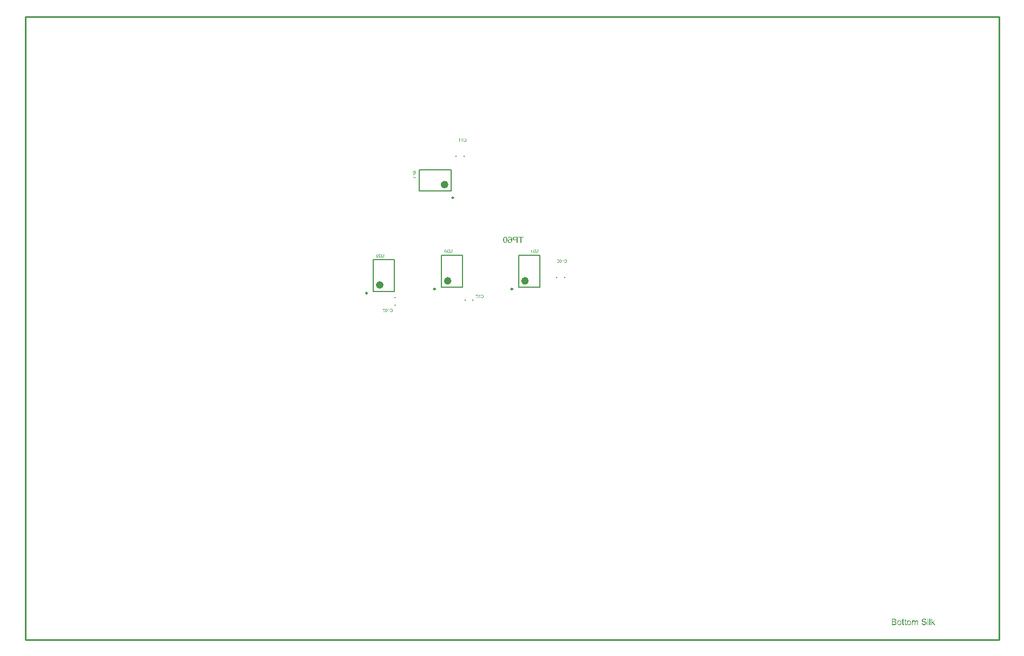
<source format=gbo>
G04*
G04 #@! TF.GenerationSoftware,Altium Limited,Altium Designer,18.1.11 (251)*
G04*
G04 Layer_Color=32896*
%FSLAX25Y25*%
%MOIN*%
G70*
G01*
G75*
%ADD10C,0.00984*%
%ADD11C,0.02362*%
%ADD12C,0.01000*%
%ADD14C,0.00787*%
G36*
X345109Y475582D02*
X345168Y475570D01*
X345220Y475554D01*
X345265Y475537D01*
X345301Y475521D01*
X345328Y475504D01*
X345345Y475493D01*
X345348Y475490D01*
X345350D01*
X345395Y475451D01*
X345433Y475410D01*
X345464Y475365D01*
X345492Y475324D01*
X345511Y475285D01*
X345525Y475252D01*
X345530Y475241D01*
X345533Y475233D01*
X345536Y475227D01*
Y475224D01*
X345558Y475274D01*
X345583Y475316D01*
X345608Y475352D01*
X345633Y475382D01*
X345655Y475404D01*
X345672Y475421D01*
X345683Y475432D01*
X345688Y475435D01*
X345727Y475460D01*
X345766Y475476D01*
X345805Y475490D01*
X345843Y475498D01*
X345874Y475504D01*
X345899Y475507D01*
X345916D01*
X345918D01*
X345921D01*
X345960Y475504D01*
X345996Y475501D01*
X346065Y475482D01*
X346126Y475457D01*
X346179Y475429D01*
X346220Y475401D01*
X346237Y475388D01*
X346253Y475377D01*
X346265Y475365D01*
X346273Y475357D01*
X346276Y475354D01*
X346278Y475352D01*
X346303Y475321D01*
X346328Y475291D01*
X346348Y475257D01*
X346364Y475224D01*
X346389Y475158D01*
X346406Y475091D01*
X346414Y475064D01*
X346417Y475036D01*
X346420Y475011D01*
X346422Y474989D01*
X346425Y474972D01*
Y474947D01*
X346422Y474903D01*
X346420Y474859D01*
X346403Y474781D01*
X346392Y474745D01*
X346381Y474712D01*
X346367Y474681D01*
X346353Y474654D01*
X346339Y474632D01*
X346325Y474609D01*
X346314Y474590D01*
X346303Y474576D01*
X346295Y474565D01*
X346287Y474557D01*
X346284Y474551D01*
X346281Y474548D01*
X346253Y474523D01*
X346226Y474499D01*
X346195Y474479D01*
X346165Y474463D01*
X346107Y474435D01*
X346051Y474418D01*
X346004Y474407D01*
X345982Y474404D01*
X345965Y474402D01*
X345949Y474399D01*
X345938D01*
X345932D01*
X345929D01*
X345880Y474402D01*
X345832Y474410D01*
X345791Y474421D01*
X345755Y474435D01*
X345727Y474446D01*
X345705Y474457D01*
X345694Y474465D01*
X345688Y474468D01*
X345655Y474499D01*
X345625Y474532D01*
X345597Y474568D01*
X345575Y474604D01*
X345558Y474637D01*
X345547Y474662D01*
X345542Y474673D01*
X345539Y474681D01*
X345536Y474684D01*
Y474687D01*
X345517Y474623D01*
X345492Y474571D01*
X345461Y474523D01*
X345433Y474485D01*
X345406Y474454D01*
X345384Y474432D01*
X345370Y474421D01*
X345367Y474415D01*
X345364D01*
X345314Y474385D01*
X345262Y474360D01*
X345212Y474343D01*
X345162Y474332D01*
X345118Y474327D01*
X345098Y474324D01*
X345082D01*
X345071Y474321D01*
X345059D01*
X345054D01*
X345051D01*
X345007Y474324D01*
X344963Y474330D01*
X344921Y474338D01*
X344880Y474349D01*
X344810Y474377D01*
X344777Y474391D01*
X344749Y474407D01*
X344722Y474424D01*
X344699Y474438D01*
X344680Y474454D01*
X344663Y474465D01*
X344650Y474476D01*
X344641Y474485D01*
X344636Y474490D01*
X344633Y474493D01*
X344602Y474526D01*
X344578Y474562D01*
X344555Y474601D01*
X344536Y474640D01*
X344522Y474676D01*
X344508Y474715D01*
X344489Y474789D01*
X344481Y474823D01*
X344475Y474853D01*
X344472Y474881D01*
X344469Y474906D01*
X344467Y474925D01*
Y474953D01*
X344469Y475005D01*
X344475Y475052D01*
X344483Y475100D01*
X344492Y475144D01*
X344506Y475183D01*
X344519Y475221D01*
X344533Y475257D01*
X344550Y475288D01*
X344566Y475316D01*
X344580Y475341D01*
X344594Y475360D01*
X344608Y475379D01*
X344616Y475393D01*
X344625Y475401D01*
X344630Y475407D01*
X344633Y475410D01*
X344666Y475440D01*
X344699Y475468D01*
X344733Y475490D01*
X344769Y475510D01*
X344802Y475529D01*
X344838Y475543D01*
X344902Y475562D01*
X344932Y475570D01*
X344960Y475576D01*
X344985Y475579D01*
X345004Y475582D01*
X345021Y475584D01*
X345035D01*
X345043D01*
X345046D01*
X345109Y475582D01*
D02*
G37*
G36*
X344727Y473127D02*
X344774Y473161D01*
X344794Y473177D01*
X344813Y473191D01*
X344830Y473205D01*
X344841Y473216D01*
X344849Y473224D01*
X344852Y473227D01*
X344866Y473241D01*
X344880Y473257D01*
X344916Y473296D01*
X344957Y473341D01*
X344999Y473388D01*
X345035Y473432D01*
X345051Y473452D01*
X345068Y473468D01*
X345079Y473482D01*
X345087Y473493D01*
X345093Y473498D01*
X345096Y473501D01*
X345134Y473546D01*
X345170Y473590D01*
X345206Y473629D01*
X345237Y473665D01*
X345267Y473698D01*
X345295Y473726D01*
X345320Y473753D01*
X345342Y473775D01*
X345364Y473798D01*
X345381Y473814D01*
X345395Y473828D01*
X345409Y473842D01*
X345425Y473856D01*
X345431Y473861D01*
X345478Y473900D01*
X345519Y473933D01*
X345561Y473961D01*
X345594Y473983D01*
X345625Y474000D01*
X345647Y474011D01*
X345661Y474017D01*
X345666Y474019D01*
X345708Y474036D01*
X345749Y474047D01*
X345788Y474058D01*
X345821Y474064D01*
X345852Y474066D01*
X345874Y474069D01*
X345888D01*
X345893D01*
X345935Y474066D01*
X345974Y474061D01*
X346012Y474055D01*
X346046Y474044D01*
X346112Y474017D01*
X346165Y473989D01*
X346190Y473972D01*
X346209Y473958D01*
X346229Y473945D01*
X346242Y473931D01*
X346253Y473920D01*
X346265Y473914D01*
X346267Y473909D01*
X346270Y473906D01*
X346298Y473875D01*
X346323Y473842D01*
X346342Y473806D01*
X346359Y473770D01*
X346386Y473698D01*
X346406Y473626D01*
X346411Y473596D01*
X346417Y473565D01*
X346420Y473537D01*
X346422Y473515D01*
X346425Y473496D01*
Y473468D01*
X346422Y473418D01*
X346420Y473371D01*
X346411Y473327D01*
X346403Y473285D01*
X346392Y473246D01*
X346381Y473210D01*
X346367Y473177D01*
X346353Y473147D01*
X346339Y473119D01*
X346325Y473097D01*
X346314Y473077D01*
X346303Y473061D01*
X346295Y473047D01*
X346287Y473039D01*
X346284Y473033D01*
X346281Y473030D01*
X346253Y473003D01*
X346223Y472978D01*
X346190Y472953D01*
X346157Y472933D01*
X346090Y472900D01*
X346024Y472878D01*
X345993Y472870D01*
X345963Y472861D01*
X345938Y472856D01*
X345916Y472850D01*
X345896Y472848D01*
X345882D01*
X345874Y472845D01*
X345871D01*
X345846Y473086D01*
X345910Y473091D01*
X345965Y473102D01*
X346015Y473119D01*
X346054Y473138D01*
X346087Y473155D01*
X346109Y473172D01*
X346123Y473183D01*
X346129Y473188D01*
X346162Y473230D01*
X346187Y473274D01*
X346206Y473321D01*
X346217Y473363D01*
X346226Y473402D01*
X346229Y473435D01*
X346231Y473446D01*
Y473462D01*
X346229Y473521D01*
X346217Y473573D01*
X346201Y473618D01*
X346184Y473656D01*
X346165Y473687D01*
X346151Y473706D01*
X346140Y473720D01*
X346134Y473726D01*
X346095Y473759D01*
X346057Y473784D01*
X346018Y473803D01*
X345979Y473814D01*
X345949Y473823D01*
X345921Y473825D01*
X345904Y473828D01*
X345902D01*
X345899D01*
X345849Y473823D01*
X345796Y473811D01*
X345749Y473792D01*
X345705Y473773D01*
X345669Y473751D01*
X345638Y473731D01*
X345627Y473726D01*
X345619Y473720D01*
X345616Y473715D01*
X345614D01*
X345583Y473692D01*
X345553Y473665D01*
X345519Y473634D01*
X345486Y473601D01*
X345420Y473532D01*
X345353Y473462D01*
X345323Y473426D01*
X345295Y473396D01*
X345270Y473366D01*
X345248Y473341D01*
X345231Y473321D01*
X345217Y473305D01*
X345209Y473294D01*
X345206Y473291D01*
X345148Y473221D01*
X345093Y473158D01*
X345043Y473105D01*
X345001Y473064D01*
X344965Y473028D01*
X344940Y473003D01*
X344924Y472989D01*
X344921Y472983D01*
X344918D01*
X344871Y472944D01*
X344827Y472914D01*
X344782Y472886D01*
X344744Y472864D01*
X344710Y472848D01*
X344686Y472836D01*
X344669Y472831D01*
X344666Y472828D01*
X344663D01*
X344633Y472817D01*
X344605Y472812D01*
X344578Y472806D01*
X344553Y472803D01*
X344531Y472800D01*
X344514D01*
X344503D01*
X344500D01*
Y474072D01*
X344727D01*
Y473127D01*
D02*
G37*
G36*
X346417Y472252D02*
X345309D01*
X345245D01*
X345184Y472247D01*
X345132Y472241D01*
X345082Y472233D01*
X345037Y472224D01*
X344996Y472213D01*
X344960Y472205D01*
X344929Y472194D01*
X344904Y472183D01*
X344880Y472172D01*
X344863Y472161D01*
X344846Y472152D01*
X344835Y472144D01*
X344827Y472139D01*
X344824Y472136D01*
X344821Y472133D01*
X344799Y472108D01*
X344780Y472080D01*
X344749Y472019D01*
X344727Y471956D01*
X344713Y471889D01*
X344702Y471828D01*
X344699Y471803D01*
Y471778D01*
X344697Y471762D01*
Y471734D01*
X344699Y471676D01*
X344708Y471623D01*
X344716Y471573D01*
X344730Y471535D01*
X344741Y471501D01*
X344749Y471476D01*
X344758Y471463D01*
X344760Y471457D01*
X344785Y471418D01*
X344816Y471385D01*
X344846Y471357D01*
X344874Y471338D01*
X344902Y471321D01*
X344921Y471308D01*
X344935Y471302D01*
X344940Y471299D01*
X344965Y471291D01*
X344990Y471285D01*
X345048Y471274D01*
X345109Y471266D01*
X345170Y471260D01*
X345223Y471258D01*
X345248D01*
X345267Y471255D01*
X345284D01*
X345298D01*
X345306D01*
X345309D01*
X346417D01*
Y471000D01*
X345309D01*
X345253D01*
X345201Y471003D01*
X345151Y471005D01*
X345104Y471011D01*
X345062Y471017D01*
X345023Y471022D01*
X344988Y471031D01*
X344954Y471036D01*
X344924Y471042D01*
X344899Y471050D01*
X344877Y471055D01*
X344860Y471061D01*
X344846Y471067D01*
X344835Y471069D01*
X344830Y471072D01*
X344827D01*
X344766Y471103D01*
X344710Y471141D01*
X344666Y471180D01*
X344627Y471222D01*
X344597Y471258D01*
X344575Y471288D01*
X344569Y471299D01*
X344564Y471308D01*
X344558Y471313D01*
Y471316D01*
X344528Y471385D01*
X344506Y471457D01*
X344489Y471532D01*
X344478Y471601D01*
X344475Y471632D01*
X344472Y471662D01*
X344469Y471690D01*
Y471712D01*
X344467Y471731D01*
Y471756D01*
X344472Y471856D01*
X344478Y471900D01*
X344483Y471942D01*
X344492Y471983D01*
X344500Y472019D01*
X344508Y472053D01*
X344519Y472083D01*
X344531Y472111D01*
X344539Y472133D01*
X344547Y472155D01*
X344555Y472172D01*
X344564Y472186D01*
X344566Y472194D01*
X344572Y472199D01*
Y472202D01*
X344614Y472263D01*
X344661Y472313D01*
X344705Y472352D01*
X344749Y472385D01*
X344788Y472410D01*
X344819Y472427D01*
X344830Y472432D01*
X344838Y472438D01*
X344844Y472440D01*
X344846D01*
X344880Y472451D01*
X344916Y472463D01*
X344990Y472479D01*
X345068Y472490D01*
X345143Y472499D01*
X345176Y472501D01*
X345209Y472504D01*
X345237D01*
X345262Y472507D01*
X345281D01*
X345295D01*
X345306D01*
X345309D01*
X346417D01*
Y472252D01*
D02*
G37*
G36*
X324082Y423922D02*
X324129Y423920D01*
X324173Y423911D01*
X324215Y423903D01*
X324254Y423892D01*
X324289Y423881D01*
X324323Y423867D01*
X324353Y423853D01*
X324381Y423839D01*
X324403Y423825D01*
X324423Y423814D01*
X324439Y423803D01*
X324453Y423795D01*
X324461Y423787D01*
X324467Y423784D01*
X324470Y423781D01*
X324497Y423753D01*
X324522Y423723D01*
X324547Y423690D01*
X324567Y423657D01*
X324600Y423590D01*
X324622Y423524D01*
X324630Y423493D01*
X324639Y423463D01*
X324644Y423438D01*
X324650Y423416D01*
X324652Y423396D01*
Y423382D01*
X324655Y423374D01*
Y423371D01*
X324414Y423346D01*
X324409Y423410D01*
X324398Y423465D01*
X324381Y423515D01*
X324362Y423554D01*
X324345Y423587D01*
X324328Y423609D01*
X324317Y423623D01*
X324312Y423629D01*
X324270Y423662D01*
X324226Y423687D01*
X324179Y423706D01*
X324137Y423717D01*
X324098Y423726D01*
X324065Y423729D01*
X324054Y423731D01*
X324038D01*
X323979Y423729D01*
X323927Y423717D01*
X323882Y423701D01*
X323844Y423684D01*
X323813Y423665D01*
X323794Y423651D01*
X323780Y423640D01*
X323774Y423634D01*
X323741Y423596D01*
X323716Y423557D01*
X323697Y423518D01*
X323686Y423479D01*
X323677Y423449D01*
X323675Y423421D01*
X323672Y423404D01*
Y423402D01*
Y423399D01*
X323677Y423349D01*
X323689Y423296D01*
X323708Y423249D01*
X323727Y423205D01*
X323749Y423169D01*
X323769Y423139D01*
X323774Y423127D01*
X323780Y423119D01*
X323785Y423116D01*
Y423113D01*
X323808Y423083D01*
X323835Y423053D01*
X323866Y423019D01*
X323899Y422986D01*
X323968Y422920D01*
X324038Y422853D01*
X324074Y422823D01*
X324104Y422795D01*
X324134Y422770D01*
X324159Y422748D01*
X324179Y422731D01*
X324195Y422717D01*
X324206Y422709D01*
X324209Y422706D01*
X324278Y422648D01*
X324342Y422593D01*
X324395Y422543D01*
X324436Y422501D01*
X324472Y422465D01*
X324497Y422440D01*
X324511Y422424D01*
X324517Y422421D01*
Y422418D01*
X324555Y422371D01*
X324586Y422327D01*
X324614Y422283D01*
X324636Y422244D01*
X324652Y422211D01*
X324663Y422186D01*
X324669Y422169D01*
X324672Y422166D01*
Y422163D01*
X324683Y422133D01*
X324688Y422105D01*
X324694Y422078D01*
X324697Y422053D01*
X324699Y422030D01*
Y422014D01*
Y422003D01*
Y422000D01*
X323428D01*
Y422227D01*
X324373D01*
X324339Y422274D01*
X324323Y422294D01*
X324309Y422313D01*
X324295Y422330D01*
X324284Y422341D01*
X324276Y422349D01*
X324273Y422352D01*
X324259Y422366D01*
X324242Y422379D01*
X324204Y422415D01*
X324159Y422457D01*
X324112Y422499D01*
X324068Y422535D01*
X324048Y422551D01*
X324032Y422568D01*
X324018Y422579D01*
X324007Y422587D01*
X324002Y422593D01*
X323999Y422596D01*
X323954Y422634D01*
X323910Y422670D01*
X323871Y422706D01*
X323835Y422737D01*
X323802Y422767D01*
X323774Y422795D01*
X323747Y422820D01*
X323725Y422842D01*
X323702Y422864D01*
X323686Y422881D01*
X323672Y422895D01*
X323658Y422909D01*
X323644Y422925D01*
X323639Y422931D01*
X323600Y422978D01*
X323567Y423019D01*
X323539Y423061D01*
X323517Y423094D01*
X323500Y423125D01*
X323489Y423147D01*
X323483Y423161D01*
X323481Y423166D01*
X323464Y423208D01*
X323453Y423249D01*
X323442Y423288D01*
X323436Y423321D01*
X323434Y423352D01*
X323431Y423374D01*
Y423388D01*
Y423393D01*
X323434Y423435D01*
X323439Y423474D01*
X323445Y423512D01*
X323456Y423546D01*
X323483Y423612D01*
X323511Y423665D01*
X323528Y423690D01*
X323542Y423709D01*
X323555Y423729D01*
X323569Y423742D01*
X323580Y423753D01*
X323586Y423765D01*
X323591Y423767D01*
X323594Y423770D01*
X323625Y423798D01*
X323658Y423823D01*
X323694Y423842D01*
X323730Y423859D01*
X323802Y423886D01*
X323874Y423906D01*
X323904Y423911D01*
X323935Y423917D01*
X323963Y423920D01*
X323985Y423922D01*
X324004Y423925D01*
X324032D01*
X324082Y423922D01*
D02*
G37*
G36*
X322622D02*
X322666Y423917D01*
X322711Y423909D01*
X322749Y423898D01*
X322824Y423867D01*
X322857Y423853D01*
X322885Y423837D01*
X322913Y423817D01*
X322935Y423803D01*
X322957Y423787D01*
X322974Y423773D01*
X322988Y423762D01*
X322996Y423753D01*
X323002Y423748D01*
X323004Y423745D01*
X323035Y423712D01*
X323060Y423673D01*
X323085Y423637D01*
X323104Y423598D01*
X323121Y423557D01*
X323134Y423518D01*
X323154Y423446D01*
X323162Y423410D01*
X323168Y423380D01*
X323170Y423349D01*
X323173Y423324D01*
X323176Y423305D01*
Y423291D01*
Y423280D01*
Y423277D01*
X323173Y423224D01*
X323168Y423177D01*
X323162Y423130D01*
X323151Y423086D01*
X323137Y423047D01*
X323123Y423008D01*
X323110Y422975D01*
X323093Y422945D01*
X323079Y422917D01*
X323065Y422892D01*
X323051Y422872D01*
X323038Y422853D01*
X323026Y422839D01*
X323021Y422831D01*
X323015Y422825D01*
X323013Y422823D01*
X322982Y422792D01*
X322949Y422767D01*
X322916Y422742D01*
X322880Y422723D01*
X322846Y422706D01*
X322813Y422692D01*
X322749Y422673D01*
X322722Y422665D01*
X322694Y422659D01*
X322672Y422656D01*
X322650Y422654D01*
X322633Y422651D01*
X322611D01*
X322558Y422654D01*
X322508Y422662D01*
X322464Y422673D01*
X322423Y422687D01*
X322392Y422698D01*
X322367Y422709D01*
X322351Y422717D01*
X322345Y422720D01*
X322301Y422748D01*
X322262Y422778D01*
X322229Y422809D01*
X322201Y422836D01*
X322182Y422864D01*
X322165Y422884D01*
X322154Y422897D01*
X322151Y422903D01*
Y422881D01*
Y422867D01*
Y422859D01*
Y422856D01*
X322154Y422800D01*
X322157Y422748D01*
X322162Y422701D01*
X322168Y422656D01*
X322176Y422620D01*
X322182Y422593D01*
X322184Y422582D01*
Y422573D01*
X322187Y422571D01*
Y422568D01*
X322201Y422518D01*
X322215Y422474D01*
X322229Y422435D01*
X322242Y422402D01*
X322254Y422377D01*
X322265Y422357D01*
X322270Y422343D01*
X322273Y422341D01*
X322295Y422310D01*
X322317Y422285D01*
X322340Y422263D01*
X322362Y422244D01*
X322378Y422227D01*
X322395Y422216D01*
X322406Y422211D01*
X322409Y422208D01*
X322439Y422191D01*
X322472Y422180D01*
X322503Y422172D01*
X322533Y422166D01*
X322558Y422163D01*
X322578Y422161D01*
X322597D01*
X322641Y422163D01*
X322683Y422172D01*
X322719Y422183D01*
X322749Y422197D01*
X322772Y422208D01*
X322791Y422219D01*
X322802Y422227D01*
X322805Y422230D01*
X322832Y422260D01*
X322855Y422296D01*
X322874Y422335D01*
X322888Y422374D01*
X322899Y422407D01*
X322907Y422438D01*
X322910Y422449D01*
Y422454D01*
X322913Y422460D01*
Y422463D01*
X323140Y422443D01*
X323123Y422363D01*
X323101Y422294D01*
X323074Y422233D01*
X323046Y422183D01*
X323018Y422144D01*
X323004Y422127D01*
X322993Y422114D01*
X322985Y422105D01*
X322977Y422097D01*
X322974Y422094D01*
X322971Y422091D01*
X322943Y422069D01*
X322913Y422050D01*
X322852Y422019D01*
X322791Y421997D01*
X322733Y421983D01*
X322680Y421972D01*
X322658Y421970D01*
X322639D01*
X322625Y421967D01*
X322603D01*
X322525Y421972D01*
X322456Y421983D01*
X322392Y422003D01*
X322340Y422025D01*
X322317Y422033D01*
X322295Y422044D01*
X322278Y422055D01*
X322262Y422064D01*
X322251Y422069D01*
X322242Y422075D01*
X322237Y422080D01*
X322234D01*
X322179Y422127D01*
X322129Y422180D01*
X322090Y422235D01*
X322057Y422288D01*
X322029Y422335D01*
X322018Y422357D01*
X322010Y422374D01*
X322004Y422391D01*
X321999Y422402D01*
X321996Y422407D01*
Y422410D01*
X321982Y422451D01*
X321968Y422499D01*
X321949Y422593D01*
X321935Y422692D01*
X321927Y422787D01*
X321921Y422828D01*
X321918Y422870D01*
Y422906D01*
X321916Y422936D01*
Y422961D01*
Y422981D01*
Y422994D01*
Y422997D01*
Y423061D01*
X321918Y423122D01*
X321924Y423177D01*
X321930Y423230D01*
X321935Y423277D01*
X321941Y423321D01*
X321949Y423363D01*
X321957Y423399D01*
X321966Y423429D01*
X321971Y423457D01*
X321979Y423482D01*
X321985Y423501D01*
X321990Y423515D01*
X321996Y423526D01*
X321999Y423532D01*
Y423535D01*
X322032Y423601D01*
X322068Y423659D01*
X322110Y423709D01*
X322146Y423751D01*
X322182Y423781D01*
X322209Y423803D01*
X322220Y423812D01*
X322229Y423817D01*
X322231Y423823D01*
X322234D01*
X322292Y423856D01*
X322351Y423881D01*
X322409Y423900D01*
X322461Y423911D01*
X322508Y423920D01*
X322528Y423922D01*
X322542D01*
X322555Y423925D01*
X322575D01*
X322622Y423922D01*
D02*
G37*
G36*
X326500Y422809D02*
Y422753D01*
X326497Y422701D01*
X326495Y422651D01*
X326489Y422604D01*
X326483Y422562D01*
X326478Y422523D01*
X326469Y422487D01*
X326464Y422454D01*
X326458Y422424D01*
X326450Y422399D01*
X326445Y422377D01*
X326439Y422360D01*
X326433Y422346D01*
X326431Y422335D01*
X326428Y422330D01*
Y422327D01*
X326397Y422266D01*
X326359Y422211D01*
X326320Y422166D01*
X326278Y422127D01*
X326242Y422097D01*
X326212Y422075D01*
X326201Y422069D01*
X326192Y422064D01*
X326187Y422058D01*
X326184D01*
X326115Y422028D01*
X326043Y422006D01*
X325968Y421989D01*
X325899Y421978D01*
X325868Y421975D01*
X325838Y421972D01*
X325810Y421970D01*
X325788D01*
X325769Y421967D01*
X325744D01*
X325644Y421972D01*
X325600Y421978D01*
X325558Y421983D01*
X325517Y421992D01*
X325481Y422000D01*
X325447Y422008D01*
X325417Y422019D01*
X325389Y422030D01*
X325367Y422039D01*
X325345Y422047D01*
X325328Y422055D01*
X325314Y422064D01*
X325306Y422066D01*
X325301Y422072D01*
X325298D01*
X325237Y422114D01*
X325187Y422161D01*
X325148Y422205D01*
X325115Y422249D01*
X325090Y422288D01*
X325074Y422319D01*
X325068Y422330D01*
X325062Y422338D01*
X325060Y422343D01*
Y422346D01*
X325048Y422379D01*
X325037Y422415D01*
X325021Y422490D01*
X325010Y422568D01*
X325001Y422643D01*
X324999Y422676D01*
X324996Y422709D01*
Y422737D01*
X324993Y422762D01*
Y422781D01*
Y422795D01*
Y422806D01*
Y422809D01*
Y423917D01*
X325248D01*
Y422809D01*
Y422745D01*
X325254Y422684D01*
X325259Y422632D01*
X325267Y422582D01*
X325276Y422537D01*
X325287Y422496D01*
X325295Y422460D01*
X325306Y422429D01*
X325317Y422404D01*
X325328Y422379D01*
X325339Y422363D01*
X325348Y422346D01*
X325356Y422335D01*
X325361Y422327D01*
X325364Y422324D01*
X325367Y422321D01*
X325392Y422299D01*
X325420Y422280D01*
X325481Y422249D01*
X325544Y422227D01*
X325611Y422213D01*
X325672Y422202D01*
X325697Y422199D01*
X325722D01*
X325738Y422197D01*
X325766D01*
X325824Y422199D01*
X325877Y422208D01*
X325927Y422216D01*
X325965Y422230D01*
X325999Y422241D01*
X326024Y422249D01*
X326037Y422258D01*
X326043Y422260D01*
X326082Y422285D01*
X326115Y422316D01*
X326143Y422346D01*
X326162Y422374D01*
X326179Y422402D01*
X326192Y422421D01*
X326198Y422435D01*
X326201Y422440D01*
X326209Y422465D01*
X326215Y422490D01*
X326226Y422548D01*
X326234Y422609D01*
X326240Y422670D01*
X326242Y422723D01*
Y422748D01*
X326245Y422767D01*
Y422784D01*
Y422798D01*
Y422806D01*
Y422809D01*
Y423917D01*
X326500D01*
Y422809D01*
D02*
G37*
G36*
X419145Y426920D02*
X419220Y426906D01*
X419284Y426884D01*
X419339Y426861D01*
X419364Y426848D01*
X419384Y426836D01*
X419403Y426825D01*
X419417Y426814D01*
X419428Y426806D01*
X419436Y426800D01*
X419442Y426798D01*
X419445Y426795D01*
X419497Y426742D01*
X419539Y426684D01*
X419572Y426623D01*
X419600Y426562D01*
X419616Y426510D01*
X419625Y426487D01*
X419630Y426468D01*
X419633Y426451D01*
X419636Y426440D01*
X419639Y426432D01*
Y426429D01*
X419403Y426388D01*
X419392Y426449D01*
X419375Y426501D01*
X419356Y426546D01*
X419337Y426582D01*
X419317Y426609D01*
X419301Y426629D01*
X419289Y426643D01*
X419287Y426645D01*
X419251Y426673D01*
X419212Y426695D01*
X419176Y426709D01*
X419140Y426720D01*
X419107Y426726D01*
X419082Y426731D01*
X419060D01*
X419010Y426728D01*
X418965Y426717D01*
X418927Y426704D01*
X418893Y426690D01*
X418868Y426673D01*
X418849Y426659D01*
X418835Y426648D01*
X418832Y426645D01*
X418802Y426612D01*
X418780Y426576D01*
X418766Y426540D01*
X418755Y426507D01*
X418749Y426476D01*
X418744Y426454D01*
Y426438D01*
Y426435D01*
Y426432D01*
Y426402D01*
X418749Y426374D01*
X418763Y426327D01*
X418783Y426285D01*
X418805Y426249D01*
X418827Y426224D01*
X418846Y426205D01*
X418860Y426194D01*
X418863Y426191D01*
X418866D01*
X418913Y426166D01*
X418957Y426147D01*
X419004Y426133D01*
X419046Y426125D01*
X419082Y426119D01*
X419112Y426114D01*
X419148D01*
X419159Y426116D01*
X419173D01*
X419201Y425909D01*
X419165Y425917D01*
X419132Y425922D01*
X419104Y425928D01*
X419079Y425931D01*
X419060Y425934D01*
X419035D01*
X418976Y425928D01*
X418924Y425917D01*
X418877Y425900D01*
X418838Y425881D01*
X418808Y425862D01*
X418785Y425845D01*
X418772Y425834D01*
X418766Y425828D01*
X418730Y425787D01*
X418702Y425742D01*
X418683Y425698D01*
X418672Y425654D01*
X418664Y425618D01*
X418661Y425587D01*
X418658Y425576D01*
Y425568D01*
Y425562D01*
Y425560D01*
X418664Y425499D01*
X418677Y425443D01*
X418694Y425396D01*
X418716Y425355D01*
X418738Y425321D01*
X418755Y425296D01*
X418769Y425280D01*
X418774Y425274D01*
X418819Y425236D01*
X418866Y425208D01*
X418913Y425188D01*
X418957Y425175D01*
X418996Y425166D01*
X419026Y425163D01*
X419037Y425161D01*
X419054D01*
X419104Y425163D01*
X419151Y425175D01*
X419193Y425188D01*
X419226Y425205D01*
X419253Y425219D01*
X419276Y425233D01*
X419287Y425244D01*
X419292Y425246D01*
X419326Y425285D01*
X419353Y425330D01*
X419378Y425377D01*
X419398Y425427D01*
X419411Y425468D01*
X419417Y425488D01*
X419420Y425504D01*
X419422Y425518D01*
X419425Y425529D01*
X419428Y425535D01*
Y425537D01*
X419663Y425507D01*
X419658Y425463D01*
X419650Y425421D01*
X419625Y425344D01*
X419594Y425277D01*
X419578Y425249D01*
X419561Y425222D01*
X419544Y425197D01*
X419528Y425177D01*
X419514Y425158D01*
X419500Y425144D01*
X419492Y425133D01*
X419483Y425125D01*
X419478Y425119D01*
X419475Y425116D01*
X419442Y425091D01*
X419409Y425067D01*
X419375Y425047D01*
X419339Y425031D01*
X419270Y425003D01*
X419204Y424986D01*
X419173Y424981D01*
X419145Y424975D01*
X419121Y424972D01*
X419098Y424969D01*
X419082Y424967D01*
X419057D01*
X419004Y424969D01*
X418957Y424975D01*
X418910Y424983D01*
X418866Y424995D01*
X418824Y425008D01*
X418788Y425022D01*
X418752Y425039D01*
X418722Y425055D01*
X418691Y425069D01*
X418666Y425086D01*
X418644Y425100D01*
X418628Y425114D01*
X418614Y425125D01*
X418603Y425133D01*
X418597Y425139D01*
X418594Y425141D01*
X418561Y425175D01*
X418533Y425211D01*
X418508Y425246D01*
X418486Y425282D01*
X418470Y425316D01*
X418453Y425352D01*
X418431Y425418D01*
X418425Y425449D01*
X418420Y425476D01*
X418414Y425501D01*
X418411Y425524D01*
X418409Y425540D01*
Y425554D01*
Y425562D01*
Y425565D01*
X418411Y425632D01*
X418423Y425693D01*
X418439Y425745D01*
X418456Y425789D01*
X418472Y425826D01*
X418489Y425853D01*
X418500Y425870D01*
X418503Y425875D01*
X418542Y425917D01*
X418583Y425953D01*
X418628Y425981D01*
X418672Y426003D01*
X418711Y426019D01*
X418741Y426030D01*
X418752Y426033D01*
X418760Y426036D01*
X418766Y426039D01*
X418769D01*
X418722Y426064D01*
X418683Y426089D01*
X418650Y426116D01*
X418622Y426141D01*
X418600Y426163D01*
X418583Y426183D01*
X418575Y426194D01*
X418572Y426199D01*
X418550Y426238D01*
X418533Y426277D01*
X418519Y426316D01*
X418511Y426352D01*
X418506Y426382D01*
X418503Y426404D01*
Y426421D01*
Y426427D01*
X418506Y426474D01*
X418514Y426521D01*
X418525Y426562D01*
X418539Y426598D01*
X418553Y426629D01*
X418564Y426654D01*
X418572Y426667D01*
X418575Y426673D01*
X418603Y426715D01*
X418636Y426751D01*
X418669Y426781D01*
X418702Y426809D01*
X418730Y426828D01*
X418755Y426845D01*
X418772Y426853D01*
X418774Y426856D01*
X418777D01*
X418827Y426878D01*
X418877Y426895D01*
X418927Y426908D01*
X418971Y426917D01*
X419007Y426922D01*
X419037Y426925D01*
X419107D01*
X419145Y426920D01*
D02*
G37*
G36*
X417470Y426878D02*
X417500Y426834D01*
X417536Y426789D01*
X417569Y426751D01*
X417603Y426717D01*
X417627Y426690D01*
X417639Y426681D01*
X417647Y426673D01*
X417650Y426670D01*
X417653Y426667D01*
X417711Y426620D01*
X417769Y426576D01*
X417824Y426537D01*
X417880Y426507D01*
X417927Y426479D01*
X417946Y426468D01*
X417963Y426460D01*
X417977Y426451D01*
X417988Y426449D01*
X417993Y426443D01*
X417996D01*
Y426216D01*
X417954Y426233D01*
X417913Y426252D01*
X417871Y426271D01*
X417833Y426291D01*
X417799Y426307D01*
X417772Y426321D01*
X417755Y426332D01*
X417752Y426335D01*
X417749D01*
X417700Y426366D01*
X417655Y426396D01*
X417617Y426424D01*
X417586Y426449D01*
X417558Y426468D01*
X417542Y426485D01*
X417528Y426496D01*
X417525Y426499D01*
Y425000D01*
X417290D01*
Y426925D01*
X417442D01*
X417470Y426878D01*
D02*
G37*
G36*
X421500Y425809D02*
Y425753D01*
X421497Y425701D01*
X421494Y425651D01*
X421489Y425604D01*
X421483Y425562D01*
X421478Y425524D01*
X421469Y425488D01*
X421464Y425454D01*
X421458Y425424D01*
X421450Y425399D01*
X421445Y425377D01*
X421439Y425360D01*
X421433Y425346D01*
X421431Y425335D01*
X421428Y425330D01*
Y425327D01*
X421397Y425266D01*
X421359Y425211D01*
X421320Y425166D01*
X421278Y425127D01*
X421242Y425097D01*
X421212Y425075D01*
X421201Y425069D01*
X421193Y425064D01*
X421187Y425058D01*
X421184D01*
X421115Y425028D01*
X421043Y425005D01*
X420968Y424989D01*
X420899Y424978D01*
X420868Y424975D01*
X420838Y424972D01*
X420810Y424969D01*
X420788D01*
X420769Y424967D01*
X420744D01*
X420644Y424972D01*
X420600Y424978D01*
X420558Y424983D01*
X420517Y424992D01*
X420481Y425000D01*
X420447Y425008D01*
X420417Y425019D01*
X420389Y425031D01*
X420367Y425039D01*
X420345Y425047D01*
X420328Y425055D01*
X420314Y425064D01*
X420306Y425067D01*
X420301Y425072D01*
X420298D01*
X420237Y425114D01*
X420187Y425161D01*
X420148Y425205D01*
X420115Y425249D01*
X420090Y425288D01*
X420073Y425318D01*
X420068Y425330D01*
X420062Y425338D01*
X420060Y425344D01*
Y425346D01*
X420049Y425380D01*
X420037Y425416D01*
X420021Y425490D01*
X420010Y425568D01*
X420001Y425643D01*
X419999Y425676D01*
X419996Y425709D01*
Y425737D01*
X419993Y425762D01*
Y425781D01*
Y425795D01*
Y425806D01*
Y425809D01*
Y426917D01*
X420248D01*
Y425809D01*
Y425745D01*
X420254Y425684D01*
X420259Y425632D01*
X420267Y425582D01*
X420276Y425537D01*
X420287Y425496D01*
X420295Y425460D01*
X420306Y425429D01*
X420317Y425404D01*
X420328Y425380D01*
X420339Y425363D01*
X420348Y425346D01*
X420356Y425335D01*
X420362Y425327D01*
X420364Y425324D01*
X420367Y425321D01*
X420392Y425299D01*
X420420Y425280D01*
X420481Y425249D01*
X420544Y425227D01*
X420611Y425213D01*
X420672Y425202D01*
X420697Y425199D01*
X420722D01*
X420738Y425197D01*
X420766D01*
X420824Y425199D01*
X420877Y425208D01*
X420927Y425216D01*
X420965Y425230D01*
X420999Y425241D01*
X421024Y425249D01*
X421037Y425258D01*
X421043Y425260D01*
X421082Y425285D01*
X421115Y425316D01*
X421143Y425346D01*
X421162Y425374D01*
X421179Y425402D01*
X421193Y425421D01*
X421198Y425435D01*
X421201Y425440D01*
X421209Y425465D01*
X421215Y425490D01*
X421226Y425549D01*
X421234Y425609D01*
X421240Y425670D01*
X421242Y425723D01*
Y425748D01*
X421245Y425767D01*
Y425784D01*
Y425798D01*
Y425806D01*
Y425809D01*
Y426917D01*
X421500D01*
Y425809D01*
D02*
G37*
G36*
X366145Y426920D02*
X366220Y426906D01*
X366284Y426884D01*
X366339Y426861D01*
X366364Y426848D01*
X366384Y426836D01*
X366403Y426825D01*
X366417Y426814D01*
X366428Y426806D01*
X366436Y426800D01*
X366442Y426798D01*
X366445Y426795D01*
X366497Y426742D01*
X366539Y426684D01*
X366572Y426623D01*
X366600Y426562D01*
X366616Y426510D01*
X366625Y426487D01*
X366630Y426468D01*
X366633Y426451D01*
X366636Y426440D01*
X366639Y426432D01*
Y426429D01*
X366403Y426388D01*
X366392Y426449D01*
X366375Y426501D01*
X366356Y426546D01*
X366337Y426582D01*
X366317Y426609D01*
X366301Y426629D01*
X366289Y426643D01*
X366287Y426645D01*
X366251Y426673D01*
X366212Y426695D01*
X366176Y426709D01*
X366140Y426720D01*
X366107Y426726D01*
X366082Y426731D01*
X366060D01*
X366010Y426728D01*
X365966Y426717D01*
X365927Y426704D01*
X365893Y426690D01*
X365868Y426673D01*
X365849Y426659D01*
X365835Y426648D01*
X365832Y426645D01*
X365802Y426612D01*
X365780Y426576D01*
X365766Y426540D01*
X365755Y426507D01*
X365749Y426476D01*
X365744Y426454D01*
Y426438D01*
Y426435D01*
Y426432D01*
Y426402D01*
X365749Y426374D01*
X365763Y426327D01*
X365783Y426285D01*
X365805Y426249D01*
X365827Y426224D01*
X365846Y426205D01*
X365860Y426194D01*
X365863Y426191D01*
X365866D01*
X365913Y426166D01*
X365957Y426147D01*
X366004Y426133D01*
X366046Y426125D01*
X366082Y426119D01*
X366112Y426114D01*
X366148D01*
X366159Y426116D01*
X366173D01*
X366201Y425909D01*
X366165Y425917D01*
X366132Y425922D01*
X366104Y425928D01*
X366079Y425931D01*
X366060Y425934D01*
X366035D01*
X365977Y425928D01*
X365924Y425917D01*
X365877Y425900D01*
X365838Y425881D01*
X365808Y425862D01*
X365785Y425845D01*
X365772Y425834D01*
X365766Y425828D01*
X365730Y425787D01*
X365702Y425742D01*
X365683Y425698D01*
X365672Y425654D01*
X365664Y425618D01*
X365661Y425587D01*
X365658Y425576D01*
Y425568D01*
Y425562D01*
Y425560D01*
X365664Y425499D01*
X365677Y425443D01*
X365694Y425396D01*
X365716Y425355D01*
X365738Y425321D01*
X365755Y425296D01*
X365769Y425280D01*
X365774Y425274D01*
X365819Y425236D01*
X365866Y425208D01*
X365913Y425188D01*
X365957Y425175D01*
X365996Y425166D01*
X366026Y425163D01*
X366038Y425161D01*
X366054D01*
X366104Y425163D01*
X366151Y425175D01*
X366193Y425188D01*
X366226Y425205D01*
X366253Y425219D01*
X366276Y425233D01*
X366287Y425244D01*
X366292Y425246D01*
X366326Y425285D01*
X366353Y425330D01*
X366378Y425377D01*
X366398Y425427D01*
X366411Y425468D01*
X366417Y425488D01*
X366420Y425504D01*
X366423Y425518D01*
X366425Y425529D01*
X366428Y425535D01*
Y425537D01*
X366664Y425507D01*
X366658Y425463D01*
X366650Y425421D01*
X366625Y425344D01*
X366594Y425277D01*
X366578Y425249D01*
X366561Y425222D01*
X366544Y425197D01*
X366528Y425177D01*
X366514Y425158D01*
X366500Y425144D01*
X366492Y425133D01*
X366483Y425125D01*
X366478Y425119D01*
X366475Y425116D01*
X366442Y425091D01*
X366409Y425067D01*
X366375Y425047D01*
X366339Y425031D01*
X366270Y425003D01*
X366204Y424986D01*
X366173Y424981D01*
X366145Y424975D01*
X366121Y424972D01*
X366098Y424969D01*
X366082Y424967D01*
X366057D01*
X366004Y424969D01*
X365957Y424975D01*
X365910Y424983D01*
X365866Y424995D01*
X365824Y425008D01*
X365788Y425022D01*
X365752Y425039D01*
X365722Y425055D01*
X365691Y425069D01*
X365666Y425086D01*
X365644Y425100D01*
X365628Y425114D01*
X365614Y425125D01*
X365603Y425133D01*
X365597Y425139D01*
X365594Y425141D01*
X365561Y425175D01*
X365533Y425211D01*
X365508Y425246D01*
X365486Y425282D01*
X365470Y425316D01*
X365453Y425352D01*
X365431Y425418D01*
X365425Y425449D01*
X365420Y425476D01*
X365414Y425501D01*
X365411Y425524D01*
X365409Y425540D01*
Y425554D01*
Y425562D01*
Y425565D01*
X365411Y425632D01*
X365423Y425693D01*
X365439Y425745D01*
X365456Y425789D01*
X365472Y425826D01*
X365489Y425853D01*
X365500Y425870D01*
X365503Y425875D01*
X365542Y425917D01*
X365583Y425953D01*
X365628Y425981D01*
X365672Y426003D01*
X365711Y426019D01*
X365741Y426030D01*
X365752Y426033D01*
X365760Y426036D01*
X365766Y426039D01*
X365769D01*
X365722Y426064D01*
X365683Y426089D01*
X365650Y426116D01*
X365622Y426141D01*
X365600Y426163D01*
X365583Y426183D01*
X365575Y426194D01*
X365572Y426199D01*
X365550Y426238D01*
X365533Y426277D01*
X365519Y426316D01*
X365511Y426352D01*
X365506Y426382D01*
X365503Y426404D01*
Y426421D01*
Y426427D01*
X365506Y426474D01*
X365514Y426521D01*
X365525Y426562D01*
X365539Y426598D01*
X365553Y426629D01*
X365564Y426654D01*
X365572Y426667D01*
X365575Y426673D01*
X365603Y426715D01*
X365636Y426751D01*
X365669Y426781D01*
X365702Y426809D01*
X365730Y426828D01*
X365755Y426845D01*
X365772Y426853D01*
X365774Y426856D01*
X365777D01*
X365827Y426878D01*
X365877Y426895D01*
X365927Y426908D01*
X365971Y426917D01*
X366007Y426922D01*
X366038Y426925D01*
X366107D01*
X366145Y426920D01*
D02*
G37*
G36*
X368500Y425809D02*
Y425753D01*
X368497Y425701D01*
X368495Y425651D01*
X368489Y425604D01*
X368483Y425562D01*
X368478Y425524D01*
X368470Y425488D01*
X368464Y425454D01*
X368458Y425424D01*
X368450Y425399D01*
X368445Y425377D01*
X368439Y425360D01*
X368433Y425346D01*
X368431Y425335D01*
X368428Y425330D01*
Y425327D01*
X368397Y425266D01*
X368359Y425211D01*
X368320Y425166D01*
X368278Y425127D01*
X368242Y425097D01*
X368212Y425075D01*
X368201Y425069D01*
X368193Y425064D01*
X368187Y425058D01*
X368184D01*
X368115Y425028D01*
X368043Y425005D01*
X367968Y424989D01*
X367899Y424978D01*
X367868Y424975D01*
X367838Y424972D01*
X367810Y424969D01*
X367788D01*
X367769Y424967D01*
X367744D01*
X367644Y424972D01*
X367600Y424978D01*
X367558Y424983D01*
X367517Y424992D01*
X367481Y425000D01*
X367447Y425008D01*
X367417Y425019D01*
X367389Y425031D01*
X367367Y425039D01*
X367345Y425047D01*
X367328Y425055D01*
X367314Y425064D01*
X367306Y425067D01*
X367301Y425072D01*
X367298D01*
X367237Y425114D01*
X367187Y425161D01*
X367148Y425205D01*
X367115Y425249D01*
X367090Y425288D01*
X367073Y425318D01*
X367068Y425330D01*
X367062Y425338D01*
X367060Y425344D01*
Y425346D01*
X367049Y425380D01*
X367037Y425416D01*
X367021Y425490D01*
X367010Y425568D01*
X367001Y425643D01*
X366999Y425676D01*
X366996Y425709D01*
Y425737D01*
X366993Y425762D01*
Y425781D01*
Y425795D01*
Y425806D01*
Y425809D01*
Y426917D01*
X367248D01*
Y425809D01*
Y425745D01*
X367253Y425684D01*
X367259Y425632D01*
X367267Y425582D01*
X367276Y425537D01*
X367287Y425496D01*
X367295Y425460D01*
X367306Y425429D01*
X367317Y425404D01*
X367328Y425380D01*
X367339Y425363D01*
X367348Y425346D01*
X367356Y425335D01*
X367361Y425327D01*
X367364Y425324D01*
X367367Y425321D01*
X367392Y425299D01*
X367420Y425280D01*
X367481Y425249D01*
X367544Y425227D01*
X367611Y425213D01*
X367672Y425202D01*
X367697Y425199D01*
X367722D01*
X367738Y425197D01*
X367766D01*
X367824Y425199D01*
X367877Y425208D01*
X367927Y425216D01*
X367965Y425230D01*
X367999Y425241D01*
X368024Y425249D01*
X368037Y425258D01*
X368043Y425260D01*
X368082Y425285D01*
X368115Y425316D01*
X368143Y425346D01*
X368162Y425374D01*
X368179Y425402D01*
X368193Y425421D01*
X368198Y425435D01*
X368201Y425440D01*
X368209Y425465D01*
X368215Y425490D01*
X368226Y425549D01*
X368234Y425609D01*
X368240Y425670D01*
X368242Y425723D01*
Y425748D01*
X368245Y425767D01*
Y425784D01*
Y425798D01*
Y425806D01*
Y425809D01*
Y426917D01*
X368500D01*
Y425809D01*
D02*
G37*
G36*
X364625Y426920D02*
X364694Y426908D01*
X364752Y426889D01*
X364802Y426870D01*
X364844Y426848D01*
X364860Y426839D01*
X364874Y426828D01*
X364885Y426823D01*
X364894Y426817D01*
X364896Y426812D01*
X364899D01*
X364949Y426767D01*
X364990Y426715D01*
X365026Y426662D01*
X365054Y426612D01*
X365076Y426565D01*
X365087Y426546D01*
X365093Y426526D01*
X365098Y426512D01*
X365104Y426501D01*
X365107Y426496D01*
Y426493D01*
X365118Y426451D01*
X365129Y426410D01*
X365145Y426319D01*
X365159Y426227D01*
X365168Y426141D01*
X365171Y426100D01*
X365173Y426064D01*
Y426030D01*
X365176Y426000D01*
Y425978D01*
Y425958D01*
Y425947D01*
Y425945D01*
X365173Y425848D01*
X365168Y425756D01*
X365159Y425673D01*
X365145Y425596D01*
X365132Y425524D01*
X365115Y425460D01*
X365098Y425402D01*
X365082Y425352D01*
X365065Y425308D01*
X365046Y425269D01*
X365032Y425236D01*
X365018Y425211D01*
X365004Y425188D01*
X364996Y425175D01*
X364990Y425166D01*
X364988Y425163D01*
X364957Y425130D01*
X364924Y425100D01*
X364888Y425072D01*
X364852Y425050D01*
X364816Y425031D01*
X364780Y425014D01*
X364744Y425003D01*
X364711Y424992D01*
X364677Y424983D01*
X364647Y424978D01*
X364619Y424972D01*
X364597Y424969D01*
X364578Y424967D01*
X364550D01*
X364475Y424972D01*
X364406Y424983D01*
X364348Y425003D01*
X364298Y425022D01*
X364256Y425042D01*
X364243Y425053D01*
X364229Y425061D01*
X364218Y425067D01*
X364209Y425072D01*
X364207Y425078D01*
X364204D01*
X364154Y425125D01*
X364112Y425175D01*
X364076Y425230D01*
X364049Y425280D01*
X364026Y425327D01*
X364015Y425346D01*
X364010Y425366D01*
X364004Y425380D01*
X363999Y425391D01*
X363996Y425396D01*
Y425399D01*
X363982Y425440D01*
X363971Y425482D01*
X363954Y425571D01*
X363941Y425662D01*
X363932Y425751D01*
X363930Y425789D01*
X363927Y425826D01*
Y425859D01*
X363924Y425889D01*
Y425911D01*
Y425931D01*
Y425942D01*
Y425945D01*
Y425997D01*
X363927Y426047D01*
Y426091D01*
X363930Y426136D01*
X363935Y426174D01*
X363938Y426213D01*
X363941Y426247D01*
X363946Y426277D01*
X363949Y426305D01*
X363954Y426330D01*
X363957Y426349D01*
X363960Y426366D01*
X363963Y426379D01*
X363966Y426388D01*
X363968Y426393D01*
Y426396D01*
X363985Y426457D01*
X364004Y426512D01*
X364026Y426559D01*
X364043Y426601D01*
X364062Y426637D01*
X364073Y426662D01*
X364085Y426676D01*
X364087Y426681D01*
X364118Y426723D01*
X364148Y426759D01*
X364182Y426789D01*
X364212Y426817D01*
X364240Y426836D01*
X364262Y426850D01*
X364276Y426859D01*
X364279Y426861D01*
X364281D01*
X364326Y426884D01*
X364373Y426897D01*
X364417Y426908D01*
X364459Y426917D01*
X364495Y426922D01*
X364525Y426925D01*
X364550D01*
X364625Y426920D01*
D02*
G37*
G36*
X385568Y398920D02*
X385643Y398906D01*
X385706Y398884D01*
X385762Y398861D01*
X385787Y398848D01*
X385806Y398836D01*
X385826Y398825D01*
X385839Y398814D01*
X385851Y398806D01*
X385859Y398800D01*
X385864Y398798D01*
X385867Y398795D01*
X385920Y398742D01*
X385961Y398684D01*
X385995Y398623D01*
X386022Y398562D01*
X386039Y398510D01*
X386047Y398487D01*
X386053Y398468D01*
X386055Y398451D01*
X386058Y398440D01*
X386061Y398432D01*
Y398429D01*
X385826Y398388D01*
X385814Y398449D01*
X385798Y398501D01*
X385778Y398546D01*
X385759Y398582D01*
X385740Y398609D01*
X385723Y398629D01*
X385712Y398643D01*
X385709Y398645D01*
X385673Y398673D01*
X385634Y398695D01*
X385598Y398709D01*
X385562Y398720D01*
X385529Y398726D01*
X385504Y398731D01*
X385482D01*
X385432Y398728D01*
X385388Y398717D01*
X385349Y398704D01*
X385316Y398690D01*
X385291Y398673D01*
X385272Y398659D01*
X385258Y398648D01*
X385255Y398645D01*
X385225Y398612D01*
X385202Y398576D01*
X385189Y398540D01*
X385177Y398507D01*
X385172Y398476D01*
X385166Y398454D01*
Y398438D01*
Y398435D01*
Y398432D01*
Y398402D01*
X385172Y398374D01*
X385186Y398327D01*
X385205Y398285D01*
X385227Y398249D01*
X385249Y398224D01*
X385269Y398205D01*
X385283Y398194D01*
X385285Y398191D01*
X385288D01*
X385335Y398166D01*
X385380Y398147D01*
X385427Y398133D01*
X385468Y398125D01*
X385504Y398119D01*
X385535Y398113D01*
X385571D01*
X385582Y398116D01*
X385596D01*
X385623Y397909D01*
X385587Y397917D01*
X385554Y397922D01*
X385526Y397928D01*
X385502Y397931D01*
X385482Y397934D01*
X385457D01*
X385399Y397928D01*
X385346Y397917D01*
X385299Y397900D01*
X385261Y397881D01*
X385230Y397862D01*
X385208Y397845D01*
X385194Y397834D01*
X385189Y397828D01*
X385152Y397787D01*
X385125Y397742D01*
X385105Y397698D01*
X385094Y397654D01*
X385086Y397618D01*
X385083Y397587D01*
X385080Y397576D01*
Y397568D01*
Y397562D01*
Y397559D01*
X385086Y397499D01*
X385100Y397443D01*
X385116Y397396D01*
X385139Y397355D01*
X385161Y397321D01*
X385177Y397296D01*
X385191Y397280D01*
X385197Y397274D01*
X385241Y397235D01*
X385288Y397208D01*
X385335Y397188D01*
X385380Y397175D01*
X385418Y397166D01*
X385449Y397163D01*
X385460Y397161D01*
X385476D01*
X385526Y397163D01*
X385574Y397175D01*
X385615Y397188D01*
X385648Y397205D01*
X385676Y397219D01*
X385698Y397233D01*
X385709Y397244D01*
X385715Y397247D01*
X385748Y397285D01*
X385776Y397330D01*
X385801Y397377D01*
X385820Y397427D01*
X385834Y397468D01*
X385839Y397487D01*
X385842Y397504D01*
X385845Y397518D01*
X385848Y397529D01*
X385851Y397535D01*
Y397537D01*
X386086Y397507D01*
X386080Y397463D01*
X386072Y397421D01*
X386047Y397343D01*
X386017Y397277D01*
X386000Y397249D01*
X385983Y397222D01*
X385967Y397197D01*
X385950Y397177D01*
X385936Y397158D01*
X385923Y397144D01*
X385914Y397133D01*
X385906Y397125D01*
X385900Y397119D01*
X385898Y397116D01*
X385864Y397091D01*
X385831Y397066D01*
X385798Y397047D01*
X385762Y397030D01*
X385693Y397003D01*
X385626Y396986D01*
X385596Y396981D01*
X385568Y396975D01*
X385543Y396972D01*
X385521Y396970D01*
X385504Y396967D01*
X385479D01*
X385427Y396970D01*
X385380Y396975D01*
X385332Y396983D01*
X385288Y396994D01*
X385247Y397008D01*
X385211Y397022D01*
X385175Y397039D01*
X385144Y397055D01*
X385114Y397069D01*
X385089Y397086D01*
X385067Y397100D01*
X385050Y397114D01*
X385036Y397125D01*
X385025Y397133D01*
X385019Y397139D01*
X385017Y397141D01*
X384983Y397175D01*
X384956Y397211D01*
X384931Y397247D01*
X384909Y397283D01*
X384892Y397316D01*
X384875Y397352D01*
X384853Y397418D01*
X384848Y397449D01*
X384842Y397476D01*
X384837Y397501D01*
X384834Y397523D01*
X384831Y397540D01*
Y397554D01*
Y397562D01*
Y397565D01*
X384834Y397632D01*
X384845Y397692D01*
X384862Y397745D01*
X384878Y397789D01*
X384895Y397826D01*
X384911Y397853D01*
X384923Y397870D01*
X384925Y397875D01*
X384964Y397917D01*
X385006Y397953D01*
X385050Y397981D01*
X385094Y398003D01*
X385133Y398019D01*
X385163Y398030D01*
X385175Y398033D01*
X385183Y398036D01*
X385189Y398039D01*
X385191D01*
X385144Y398064D01*
X385105Y398089D01*
X385072Y398116D01*
X385044Y398141D01*
X385022Y398163D01*
X385006Y398183D01*
X384997Y398194D01*
X384995Y398199D01*
X384972Y398238D01*
X384956Y398277D01*
X384942Y398316D01*
X384934Y398352D01*
X384928Y398382D01*
X384925Y398404D01*
Y398421D01*
Y398427D01*
X384928Y398474D01*
X384936Y398521D01*
X384947Y398562D01*
X384961Y398598D01*
X384975Y398629D01*
X384986Y398654D01*
X384995Y398668D01*
X384997Y398673D01*
X385025Y398715D01*
X385058Y398751D01*
X385091Y398781D01*
X385125Y398809D01*
X385152Y398828D01*
X385177Y398845D01*
X385194Y398853D01*
X385197Y398856D01*
X385199D01*
X385249Y398878D01*
X385299Y398895D01*
X385349Y398908D01*
X385393Y398917D01*
X385429Y398922D01*
X385460Y398925D01*
X385529D01*
X385568Y398920D01*
D02*
G37*
G36*
X387188Y398944D02*
X387277Y398931D01*
X387355Y398914D01*
X387391Y398903D01*
X387424Y398892D01*
X387454Y398881D01*
X387482Y398870D01*
X387504Y398861D01*
X387526Y398853D01*
X387540Y398845D01*
X387551Y398839D01*
X387560Y398836D01*
X387562Y398834D01*
X387637Y398787D01*
X387701Y398731D01*
X387756Y398676D01*
X387803Y398620D01*
X387839Y398571D01*
X387853Y398548D01*
X387864Y398529D01*
X387875Y398515D01*
X387881Y398504D01*
X387884Y398496D01*
X387886Y398493D01*
X387925Y398407D01*
X387953Y398319D01*
X387972Y398230D01*
X387986Y398149D01*
X387992Y398113D01*
X387995Y398078D01*
X387997Y398050D01*
Y398022D01*
X388000Y398003D01*
Y397986D01*
Y397975D01*
Y397972D01*
X387995Y397873D01*
X387983Y397776D01*
X387969Y397690D01*
X387958Y397648D01*
X387950Y397612D01*
X387942Y397579D01*
X387931Y397549D01*
X387922Y397521D01*
X387917Y397499D01*
X387909Y397482D01*
X387906Y397468D01*
X387900Y397460D01*
Y397457D01*
X387859Y397374D01*
X387812Y397299D01*
X387762Y397235D01*
X387737Y397211D01*
X387715Y397186D01*
X387692Y397163D01*
X387670Y397144D01*
X387651Y397127D01*
X387634Y397116D01*
X387623Y397105D01*
X387612Y397097D01*
X387607Y397094D01*
X387604Y397091D01*
X387565Y397069D01*
X387526Y397050D01*
X387443Y397019D01*
X387360Y396997D01*
X387280Y396983D01*
X387241Y396978D01*
X387208Y396972D01*
X387177Y396970D01*
X387152D01*
X387130Y396967D01*
X387100D01*
X387044Y396970D01*
X386992Y396975D01*
X386942Y396981D01*
X386895Y396992D01*
X386851Y397006D01*
X386809Y397019D01*
X386770Y397033D01*
X386734Y397050D01*
X386704Y397064D01*
X386673Y397078D01*
X386651Y397091D01*
X386629Y397105D01*
X386615Y397116D01*
X386601Y397122D01*
X386596Y397127D01*
X386593Y397130D01*
X386554Y397163D01*
X386521Y397197D01*
X386490Y397235D01*
X386460Y397274D01*
X386410Y397352D01*
X386371Y397429D01*
X386355Y397465D01*
X386341Y397499D01*
X386330Y397529D01*
X386321Y397554D01*
X386313Y397576D01*
X386308Y397593D01*
X386305Y397604D01*
Y397607D01*
X386560Y397670D01*
X386571Y397626D01*
X386584Y397585D01*
X386598Y397546D01*
X386612Y397510D01*
X386629Y397476D01*
X386646Y397449D01*
X386665Y397421D01*
X386682Y397396D01*
X386695Y397374D01*
X386712Y397357D01*
X386726Y397341D01*
X386737Y397327D01*
X386748Y397319D01*
X386756Y397310D01*
X386759Y397307D01*
X386762Y397305D01*
X386789Y397283D01*
X386820Y397266D01*
X386881Y397235D01*
X386939Y397213D01*
X386997Y397199D01*
X387047Y397188D01*
X387067Y397186D01*
X387086D01*
X387103Y397183D01*
X387122D01*
X387186Y397186D01*
X387247Y397197D01*
X387302Y397211D01*
X387352Y397227D01*
X387391Y397244D01*
X387407Y397252D01*
X387421Y397258D01*
X387432Y397263D01*
X387440Y397269D01*
X387446Y397271D01*
X387449D01*
X387501Y397310D01*
X387546Y397352D01*
X387584Y397399D01*
X387615Y397443D01*
X387640Y397482D01*
X387656Y397515D01*
X387662Y397529D01*
X387668Y397537D01*
X387670Y397543D01*
Y397546D01*
X387692Y397618D01*
X387709Y397690D01*
X387723Y397762D01*
X387731Y397828D01*
X387734Y397859D01*
X387737Y397886D01*
Y397911D01*
X387740Y397931D01*
Y397947D01*
Y397961D01*
Y397970D01*
Y397972D01*
X387737Y398044D01*
X387731Y398111D01*
X387720Y398172D01*
X387709Y398227D01*
X387701Y398274D01*
X387695Y398294D01*
X387690Y398310D01*
X387687Y398324D01*
X387684Y398332D01*
X387681Y398338D01*
Y398341D01*
X387654Y398404D01*
X387623Y398463D01*
X387590Y398510D01*
X387554Y398551D01*
X387524Y398584D01*
X387499Y398607D01*
X387479Y398620D01*
X387476Y398626D01*
X387474D01*
X387416Y398662D01*
X387352Y398690D01*
X387291Y398709D01*
X387233Y398720D01*
X387180Y398728D01*
X387158Y398731D01*
X387139D01*
X387125Y398734D01*
X387103D01*
X387033Y398731D01*
X386970Y398720D01*
X386917Y398704D01*
X386870Y398687D01*
X386834Y398668D01*
X386806Y398654D01*
X386789Y398643D01*
X386784Y398637D01*
X386740Y398595D01*
X386698Y398548D01*
X386665Y398499D01*
X386637Y398449D01*
X386615Y398404D01*
X386607Y398382D01*
X386601Y398366D01*
X386596Y398352D01*
X386590Y398341D01*
X386587Y398335D01*
Y398332D01*
X386338Y398391D01*
X386355Y398440D01*
X386371Y398485D01*
X386393Y398526D01*
X386413Y398568D01*
X386435Y398604D01*
X386460Y398637D01*
X386482Y398670D01*
X386504Y398698D01*
X386526Y398720D01*
X386546Y398742D01*
X386565Y398762D01*
X386579Y398776D01*
X386593Y398789D01*
X386604Y398798D01*
X386610Y398800D01*
X386612Y398803D01*
X386651Y398828D01*
X386690Y398853D01*
X386729Y398872D01*
X386770Y398889D01*
X386853Y398914D01*
X386928Y398931D01*
X386964Y398939D01*
X386995Y398942D01*
X387025Y398944D01*
X387050Y398947D01*
X387069Y398950D01*
X387097D01*
X387188Y398944D01*
D02*
G37*
G36*
X384582Y398665D02*
X383643D01*
X383709Y398584D01*
X383773Y398499D01*
X383828Y398415D01*
X383881Y398335D01*
X383903Y398299D01*
X383923Y398266D01*
X383942Y398235D01*
X383956Y398211D01*
X383967Y398188D01*
X383975Y398175D01*
X383981Y398163D01*
X383983Y398161D01*
X384039Y398050D01*
X384089Y397939D01*
X384130Y397834D01*
X384147Y397787D01*
X384163Y397740D01*
X384180Y397698D01*
X384191Y397659D01*
X384202Y397626D01*
X384211Y397598D01*
X384219Y397573D01*
X384225Y397557D01*
X384227Y397546D01*
Y397543D01*
X384255Y397429D01*
X384266Y397374D01*
X384274Y397324D01*
X384283Y397277D01*
X384291Y397230D01*
X384296Y397191D01*
X384302Y397152D01*
X384305Y397119D01*
X384308Y397089D01*
X384310Y397061D01*
Y397039D01*
X384313Y397022D01*
Y397011D01*
Y397003D01*
Y397000D01*
X384072D01*
X384064Y397105D01*
X384050Y397202D01*
X384036Y397291D01*
X384028Y397332D01*
X384019Y397371D01*
X384014Y397404D01*
X384006Y397435D01*
X384000Y397463D01*
X383995Y397485D01*
X383989Y397501D01*
X383986Y397515D01*
X383983Y397523D01*
Y397526D01*
X383942Y397654D01*
X383898Y397773D01*
X383875Y397831D01*
X383853Y397886D01*
X383828Y397936D01*
X383806Y397986D01*
X383787Y398030D01*
X383767Y398069D01*
X383751Y398102D01*
X383737Y398133D01*
X383723Y398158D01*
X383715Y398175D01*
X383709Y398186D01*
X383706Y398188D01*
X383673Y398247D01*
X383640Y398305D01*
X383607Y398357D01*
X383574Y398407D01*
X383543Y398451D01*
X383513Y398496D01*
X383482Y398535D01*
X383457Y398568D01*
X383432Y398601D01*
X383410Y398629D01*
X383388Y398651D01*
X383371Y398670D01*
X383360Y398687D01*
X383349Y398698D01*
X383344Y398704D01*
X383341Y398706D01*
Y398892D01*
X384582D01*
Y398665D01*
D02*
G37*
G36*
X329382Y390378D02*
X329413Y390334D01*
X329449Y390289D01*
X329482Y390251D01*
X329515Y390217D01*
X329540Y390190D01*
X329551Y390181D01*
X329560Y390173D01*
X329562Y390170D01*
X329565Y390167D01*
X329623Y390120D01*
X329681Y390076D01*
X329737Y390037D01*
X329792Y390007D01*
X329839Y389979D01*
X329859Y389968D01*
X329875Y389960D01*
X329889Y389951D01*
X329900Y389949D01*
X329906Y389943D01*
X329909D01*
Y389716D01*
X329867Y389733D01*
X329826Y389752D01*
X329784Y389771D01*
X329745Y389791D01*
X329712Y389807D01*
X329684Y389821D01*
X329668Y389832D01*
X329665Y389835D01*
X329662D01*
X329612Y389866D01*
X329568Y389896D01*
X329529Y389924D01*
X329499Y389949D01*
X329471Y389968D01*
X329454Y389985D01*
X329440Y389996D01*
X329438Y389999D01*
Y388500D01*
X329202D01*
Y390425D01*
X329355D01*
X329382Y390378D01*
D02*
G37*
G36*
X331188Y390444D02*
X331277Y390431D01*
X331355Y390414D01*
X331391Y390403D01*
X331424Y390392D01*
X331454Y390381D01*
X331482Y390370D01*
X331504Y390361D01*
X331526Y390353D01*
X331540Y390345D01*
X331551Y390339D01*
X331560Y390336D01*
X331562Y390334D01*
X331637Y390287D01*
X331701Y390231D01*
X331756Y390176D01*
X331803Y390120D01*
X331839Y390071D01*
X331853Y390048D01*
X331864Y390029D01*
X331875Y390015D01*
X331881Y390004D01*
X331884Y389996D01*
X331886Y389993D01*
X331925Y389907D01*
X331953Y389819D01*
X331972Y389730D01*
X331986Y389650D01*
X331992Y389614D01*
X331995Y389578D01*
X331997Y389550D01*
Y389522D01*
X332000Y389503D01*
Y389486D01*
Y389475D01*
Y389472D01*
X331995Y389373D01*
X331983Y389276D01*
X331969Y389190D01*
X331958Y389148D01*
X331950Y389112D01*
X331942Y389079D01*
X331931Y389049D01*
X331922Y389021D01*
X331917Y388999D01*
X331909Y388982D01*
X331906Y388968D01*
X331900Y388960D01*
Y388957D01*
X331859Y388874D01*
X331812Y388799D01*
X331762Y388735D01*
X331737Y388710D01*
X331715Y388686D01*
X331693Y388663D01*
X331670Y388644D01*
X331651Y388627D01*
X331634Y388616D01*
X331623Y388605D01*
X331612Y388597D01*
X331607Y388594D01*
X331604Y388591D01*
X331565Y388569D01*
X331526Y388550D01*
X331443Y388519D01*
X331360Y388497D01*
X331280Y388483D01*
X331241Y388478D01*
X331208Y388472D01*
X331177Y388470D01*
X331152D01*
X331130Y388467D01*
X331100D01*
X331044Y388470D01*
X330992Y388475D01*
X330942Y388481D01*
X330895Y388492D01*
X330851Y388506D01*
X330809Y388519D01*
X330770Y388533D01*
X330734Y388550D01*
X330704Y388564D01*
X330673Y388578D01*
X330651Y388591D01*
X330629Y388605D01*
X330615Y388616D01*
X330601Y388622D01*
X330596Y388627D01*
X330593Y388630D01*
X330554Y388663D01*
X330521Y388697D01*
X330490Y388735D01*
X330460Y388774D01*
X330410Y388852D01*
X330371Y388929D01*
X330355Y388965D01*
X330341Y388999D01*
X330330Y389029D01*
X330321Y389054D01*
X330313Y389076D01*
X330308Y389093D01*
X330305Y389104D01*
Y389107D01*
X330560Y389170D01*
X330571Y389126D01*
X330585Y389085D01*
X330598Y389046D01*
X330612Y389010D01*
X330629Y388976D01*
X330645Y388949D01*
X330665Y388921D01*
X330681Y388896D01*
X330695Y388874D01*
X330712Y388857D01*
X330726Y388841D01*
X330737Y388827D01*
X330748Y388819D01*
X330756Y388810D01*
X330759Y388808D01*
X330762Y388805D01*
X330789Y388783D01*
X330820Y388766D01*
X330881Y388735D01*
X330939Y388713D01*
X330997Y388699D01*
X331047Y388688D01*
X331066Y388686D01*
X331086D01*
X331102Y388683D01*
X331122D01*
X331186Y388686D01*
X331247Y388697D01*
X331302Y388710D01*
X331352Y388727D01*
X331391Y388744D01*
X331407Y388752D01*
X331421Y388758D01*
X331432Y388763D01*
X331440Y388769D01*
X331446Y388772D01*
X331449D01*
X331501Y388810D01*
X331546Y388852D01*
X331585Y388899D01*
X331615Y388943D01*
X331640Y388982D01*
X331657Y389015D01*
X331662Y389029D01*
X331668Y389037D01*
X331670Y389043D01*
Y389046D01*
X331693Y389118D01*
X331709Y389190D01*
X331723Y389262D01*
X331731Y389328D01*
X331734Y389359D01*
X331737Y389386D01*
Y389411D01*
X331740Y389431D01*
Y389447D01*
Y389461D01*
Y389470D01*
Y389472D01*
X331737Y389544D01*
X331731Y389611D01*
X331720Y389672D01*
X331709Y389727D01*
X331701Y389774D01*
X331695Y389794D01*
X331690Y389810D01*
X331687Y389824D01*
X331684Y389832D01*
X331681Y389838D01*
Y389841D01*
X331654Y389904D01*
X331623Y389963D01*
X331590Y390010D01*
X331554Y390051D01*
X331524Y390084D01*
X331499Y390107D01*
X331479Y390120D01*
X331476Y390126D01*
X331474D01*
X331416Y390162D01*
X331352Y390190D01*
X331291Y390209D01*
X331233Y390220D01*
X331180Y390229D01*
X331158Y390231D01*
X331138D01*
X331125Y390234D01*
X331102D01*
X331033Y390231D01*
X330970Y390220D01*
X330917Y390203D01*
X330870Y390187D01*
X330834Y390167D01*
X330806Y390154D01*
X330789Y390143D01*
X330784Y390137D01*
X330740Y390095D01*
X330698Y390048D01*
X330665Y389999D01*
X330637Y389949D01*
X330615Y389904D01*
X330607Y389882D01*
X330601Y389866D01*
X330596Y389852D01*
X330590Y389841D01*
X330587Y389835D01*
Y389832D01*
X330338Y389891D01*
X330355Y389940D01*
X330371Y389985D01*
X330393Y390026D01*
X330413Y390068D01*
X330435Y390104D01*
X330460Y390137D01*
X330482Y390170D01*
X330504Y390198D01*
X330526Y390220D01*
X330546Y390242D01*
X330565Y390262D01*
X330579Y390276D01*
X330593Y390289D01*
X330604Y390298D01*
X330609Y390300D01*
X330612Y390303D01*
X330651Y390328D01*
X330690Y390353D01*
X330729Y390372D01*
X330770Y390389D01*
X330853Y390414D01*
X330928Y390431D01*
X330964Y390439D01*
X330995Y390442D01*
X331025Y390444D01*
X331050Y390447D01*
X331069Y390450D01*
X331097D01*
X331188Y390444D01*
D02*
G37*
G36*
X328047Y390420D02*
X328116Y390408D01*
X328175Y390389D01*
X328224Y390370D01*
X328266Y390348D01*
X328283Y390339D01*
X328296Y390328D01*
X328308Y390323D01*
X328316Y390317D01*
X328319Y390312D01*
X328321D01*
X328371Y390267D01*
X328413Y390215D01*
X328449Y390162D01*
X328477Y390112D01*
X328499Y390065D01*
X328510Y390046D01*
X328515Y390026D01*
X328521Y390012D01*
X328526Y390001D01*
X328529Y389996D01*
Y389993D01*
X328540Y389951D01*
X328551Y389910D01*
X328568Y389819D01*
X328582Y389727D01*
X328590Y389641D01*
X328593Y389600D01*
X328596Y389564D01*
Y389530D01*
X328598Y389500D01*
Y389478D01*
Y389458D01*
Y389447D01*
Y389445D01*
X328596Y389348D01*
X328590Y389256D01*
X328582Y389173D01*
X328568Y389096D01*
X328554Y389023D01*
X328538Y388960D01*
X328521Y388902D01*
X328504Y388852D01*
X328488Y388808D01*
X328468Y388769D01*
X328454Y388735D01*
X328440Y388710D01*
X328427Y388688D01*
X328418Y388674D01*
X328413Y388666D01*
X328410Y388663D01*
X328380Y388630D01*
X328346Y388600D01*
X328310Y388572D01*
X328274Y388550D01*
X328238Y388530D01*
X328202Y388514D01*
X328166Y388503D01*
X328133Y388492D01*
X328100Y388483D01*
X328069Y388478D01*
X328042Y388472D01*
X328019Y388470D01*
X328000Y388467D01*
X327972D01*
X327898Y388472D01*
X327828Y388483D01*
X327770Y388503D01*
X327720Y388522D01*
X327679Y388542D01*
X327665Y388553D01*
X327651Y388561D01*
X327640Y388566D01*
X327632Y388572D01*
X327629Y388578D01*
X327626D01*
X327576Y388625D01*
X327535Y388674D01*
X327499Y388730D01*
X327471Y388780D01*
X327449Y388827D01*
X327438Y388846D01*
X327432Y388866D01*
X327427Y388879D01*
X327421Y388891D01*
X327418Y388896D01*
Y388899D01*
X327405Y388940D01*
X327394Y388982D01*
X327377Y389071D01*
X327363Y389162D01*
X327355Y389251D01*
X327352Y389289D01*
X327349Y389325D01*
Y389359D01*
X327346Y389389D01*
Y389411D01*
Y389431D01*
Y389442D01*
Y389445D01*
Y389497D01*
X327349Y389547D01*
Y389591D01*
X327352Y389636D01*
X327358Y389674D01*
X327360Y389713D01*
X327363Y389746D01*
X327369Y389777D01*
X327371Y389805D01*
X327377Y389830D01*
X327380Y389849D01*
X327382Y389866D01*
X327385Y389879D01*
X327388Y389888D01*
X327391Y389893D01*
Y389896D01*
X327407Y389957D01*
X327427Y390012D01*
X327449Y390059D01*
X327466Y390101D01*
X327485Y390137D01*
X327496Y390162D01*
X327507Y390176D01*
X327510Y390181D01*
X327540Y390223D01*
X327571Y390259D01*
X327604Y390289D01*
X327635Y390317D01*
X327662Y390336D01*
X327684Y390350D01*
X327698Y390359D01*
X327701Y390361D01*
X327704D01*
X327748Y390384D01*
X327795Y390397D01*
X327839Y390408D01*
X327881Y390417D01*
X327917Y390422D01*
X327947Y390425D01*
X327972D01*
X328047Y390420D01*
D02*
G37*
G36*
X326529Y390422D02*
X326574Y390420D01*
X326651Y390403D01*
X326687Y390392D01*
X326720Y390381D01*
X326751Y390367D01*
X326779Y390353D01*
X326801Y390339D01*
X326823Y390325D01*
X326842Y390314D01*
X326856Y390303D01*
X326867Y390295D01*
X326875Y390287D01*
X326881Y390284D01*
X326884Y390281D01*
X326909Y390253D01*
X326934Y390226D01*
X326953Y390195D01*
X326970Y390165D01*
X326997Y390107D01*
X327014Y390051D01*
X327025Y390004D01*
X327028Y389982D01*
X327031Y389965D01*
X327033Y389949D01*
Y389938D01*
Y389932D01*
Y389929D01*
X327031Y389879D01*
X327022Y389832D01*
X327011Y389791D01*
X326997Y389755D01*
X326986Y389727D01*
X326975Y389705D01*
X326967Y389694D01*
X326964Y389688D01*
X326934Y389655D01*
X326900Y389625D01*
X326864Y389597D01*
X326828Y389575D01*
X326795Y389558D01*
X326770Y389547D01*
X326759Y389542D01*
X326751Y389539D01*
X326748Y389536D01*
X326745D01*
X326809Y389517D01*
X326862Y389492D01*
X326909Y389461D01*
X326947Y389434D01*
X326978Y389406D01*
X327000Y389384D01*
X327011Y389370D01*
X327017Y389367D01*
Y389364D01*
X327047Y389314D01*
X327072Y389262D01*
X327089Y389212D01*
X327100Y389162D01*
X327105Y389118D01*
X327108Y389098D01*
Y389082D01*
X327111Y389071D01*
Y389059D01*
Y389054D01*
Y389051D01*
X327108Y389007D01*
X327103Y388963D01*
X327094Y388921D01*
X327083Y388879D01*
X327056Y388810D01*
X327042Y388777D01*
X327025Y388749D01*
X327009Y388722D01*
X326995Y388699D01*
X326978Y388680D01*
X326967Y388663D01*
X326956Y388650D01*
X326947Y388641D01*
X326942Y388636D01*
X326939Y388633D01*
X326906Y388602D01*
X326870Y388578D01*
X326831Y388555D01*
X326792Y388536D01*
X326756Y388522D01*
X326718Y388508D01*
X326643Y388489D01*
X326610Y388481D01*
X326579Y388475D01*
X326551Y388472D01*
X326526Y388470D01*
X326507Y388467D01*
X326479D01*
X326427Y388470D01*
X326380Y388475D01*
X326333Y388483D01*
X326288Y388492D01*
X326250Y388506D01*
X326211Y388519D01*
X326175Y388533D01*
X326144Y388550D01*
X326116Y388566D01*
X326092Y388580D01*
X326072Y388594D01*
X326053Y388608D01*
X326039Y388616D01*
X326031Y388625D01*
X326025Y388630D01*
X326022Y388633D01*
X325992Y388666D01*
X325964Y388699D01*
X325942Y388733D01*
X325923Y388769D01*
X325903Y388802D01*
X325889Y388838D01*
X325870Y388902D01*
X325862Y388932D01*
X325856Y388960D01*
X325853Y388985D01*
X325851Y389004D01*
X325848Y389021D01*
Y389035D01*
Y389043D01*
Y389046D01*
X325851Y389109D01*
X325862Y389168D01*
X325878Y389220D01*
X325895Y389264D01*
X325911Y389300D01*
X325928Y389328D01*
X325939Y389345D01*
X325942Y389348D01*
Y389350D01*
X325981Y389395D01*
X326022Y389434D01*
X326067Y389464D01*
X326108Y389492D01*
X326147Y389511D01*
X326180Y389525D01*
X326191Y389530D01*
X326200Y389533D01*
X326205Y389536D01*
X326208D01*
X326158Y389558D01*
X326116Y389583D01*
X326080Y389608D01*
X326050Y389633D01*
X326028Y389655D01*
X326011Y389672D01*
X326000Y389683D01*
X325997Y389688D01*
X325973Y389727D01*
X325956Y389766D01*
X325942Y389805D01*
X325934Y389843D01*
X325928Y389874D01*
X325925Y389899D01*
Y389915D01*
Y389918D01*
Y389921D01*
X325928Y389960D01*
X325931Y389996D01*
X325950Y390065D01*
X325975Y390126D01*
X326003Y390179D01*
X326031Y390220D01*
X326045Y390237D01*
X326056Y390253D01*
X326067Y390265D01*
X326075Y390273D01*
X326078Y390276D01*
X326080Y390278D01*
X326111Y390303D01*
X326141Y390328D01*
X326175Y390348D01*
X326208Y390364D01*
X326274Y390389D01*
X326341Y390406D01*
X326369Y390414D01*
X326396Y390417D01*
X326421Y390420D01*
X326443Y390422D01*
X326460Y390425D01*
X326485D01*
X326529Y390422D01*
D02*
G37*
G36*
X404297Y434852D02*
X404403Y434841D01*
X404502Y434818D01*
X404597Y434791D01*
X404680Y434752D01*
X404763Y434719D01*
X404835Y434674D01*
X404902Y434635D01*
X404957Y434596D01*
X405013Y434552D01*
X405057Y434519D01*
X405091Y434485D01*
X405119Y434452D01*
X405141Y434430D01*
X405152Y434419D01*
X405157Y434413D01*
X405230Y434313D01*
X405291Y434197D01*
X405346Y434075D01*
X405396Y433947D01*
X405435Y433814D01*
X405468Y433681D01*
X405496Y433542D01*
X405518Y433414D01*
X405535Y433287D01*
X405546Y433170D01*
X405557Y433065D01*
X405562Y432976D01*
Y432898D01*
X405568Y432843D01*
Y432820D01*
Y432804D01*
Y432798D01*
Y432793D01*
X405562Y432615D01*
X405551Y432448D01*
X405535Y432293D01*
X405507Y432149D01*
X405479Y432021D01*
X405451Y431905D01*
X405418Y431799D01*
X405379Y431705D01*
X405346Y431627D01*
X405313Y431555D01*
X405285Y431499D01*
X405252Y431450D01*
X405230Y431411D01*
X405213Y431389D01*
X405202Y431372D01*
X405196Y431366D01*
X405124Y431289D01*
X405046Y431222D01*
X404969Y431167D01*
X404891Y431117D01*
X404808Y431072D01*
X404730Y431039D01*
X404652Y431011D01*
X404575Y430989D01*
X404508Y430972D01*
X404441Y430956D01*
X404386Y430944D01*
X404336Y430939D01*
X404292D01*
X404264Y430933D01*
X404236D01*
X404108Y430939D01*
X403992Y430961D01*
X403886Y430983D01*
X403792Y431017D01*
X403720Y431044D01*
X403664Y431072D01*
X403642Y431078D01*
X403626Y431089D01*
X403620Y431094D01*
X403614D01*
X403520Y431161D01*
X403431Y431239D01*
X403359Y431316D01*
X403298Y431394D01*
X403248Y431466D01*
X403215Y431522D01*
X403204Y431544D01*
X403193Y431561D01*
X403187Y431566D01*
Y431572D01*
X403132Y431688D01*
X403093Y431810D01*
X403065Y431921D01*
X403048Y432027D01*
X403032Y432116D01*
Y432149D01*
X403026Y432182D01*
Y432210D01*
Y432227D01*
Y432238D01*
Y432243D01*
X403032Y432343D01*
X403043Y432437D01*
X403059Y432532D01*
X403076Y432615D01*
X403104Y432693D01*
X403132Y432770D01*
X403159Y432837D01*
X403193Y432898D01*
X403226Y432954D01*
X403254Y433004D01*
X403281Y433042D01*
X403309Y433081D01*
X403326Y433109D01*
X403342Y433126D01*
X403354Y433137D01*
X403359Y433142D01*
X403420Y433203D01*
X403487Y433259D01*
X403559Y433303D01*
X403626Y433342D01*
X403692Y433381D01*
X403759Y433409D01*
X403886Y433448D01*
X403942Y433464D01*
X403997Y433475D01*
X404042Y433481D01*
X404086Y433486D01*
X404119Y433492D01*
X404164D01*
X404264Y433486D01*
X404358Y433470D01*
X404447Y433453D01*
X404525Y433431D01*
X404591Y433403D01*
X404641Y433387D01*
X404674Y433370D01*
X404680Y433364D01*
X404686D01*
X404774Y433309D01*
X404852Y433248D01*
X404924Y433187D01*
X404980Y433120D01*
X405030Y433065D01*
X405069Y433020D01*
X405091Y432987D01*
X405096Y432981D01*
Y433081D01*
X405091Y433181D01*
X405085Y433270D01*
X405074Y433359D01*
X405069Y433436D01*
X405057Y433509D01*
X405046Y433575D01*
X405030Y433636D01*
X405019Y433692D01*
X405008Y433736D01*
X404996Y433775D01*
X404991Y433808D01*
X404980Y433830D01*
X404974Y433847D01*
X404969Y433858D01*
Y433864D01*
X404913Y433975D01*
X404858Y434075D01*
X404797Y434152D01*
X404741Y434219D01*
X404691Y434274D01*
X404652Y434313D01*
X404625Y434336D01*
X404613Y434341D01*
X404547Y434385D01*
X404480Y434413D01*
X404414Y434436D01*
X404347Y434452D01*
X404297Y434463D01*
X404253Y434469D01*
X404214D01*
X404114Y434458D01*
X404020Y434436D01*
X403942Y434402D01*
X403870Y434369D01*
X403814Y434330D01*
X403775Y434297D01*
X403753Y434274D01*
X403742Y434263D01*
X403703Y434213D01*
X403664Y434152D01*
X403631Y434086D01*
X403609Y434019D01*
X403587Y433958D01*
X403570Y433908D01*
X403565Y433875D01*
X403559Y433869D01*
Y433864D01*
X403087Y433903D01*
X403121Y434058D01*
X403170Y434197D01*
X403226Y434319D01*
X403287Y434419D01*
X403348Y434496D01*
X403370Y434530D01*
X403398Y434557D01*
X403415Y434574D01*
X403431Y434591D01*
X403437Y434596D01*
X403442Y434602D01*
X403498Y434646D01*
X403559Y434685D01*
X403681Y434752D01*
X403803Y434796D01*
X403920Y434824D01*
X404025Y434846D01*
X404070Y434852D01*
X404108D01*
X404142Y434857D01*
X404186D01*
X404297Y434852D01*
D02*
G37*
G36*
X412500Y434385D02*
X411235D01*
Y431000D01*
X410724D01*
Y434385D01*
X409459D01*
Y434841D01*
X412500D01*
Y434385D01*
D02*
G37*
G36*
X408931Y431000D02*
X408421D01*
Y432560D01*
X407438D01*
X407294Y432565D01*
X407155Y432576D01*
X407033Y432593D01*
X406922Y432615D01*
X406817Y432637D01*
X406728Y432665D01*
X406645Y432698D01*
X406573Y432732D01*
X406511Y432759D01*
X406456Y432793D01*
X406412Y432820D01*
X406378Y432848D01*
X406351Y432865D01*
X406334Y432881D01*
X406323Y432893D01*
X406317Y432898D01*
X406262Y432965D01*
X406212Y433031D01*
X406173Y433098D01*
X406134Y433170D01*
X406101Y433242D01*
X406079Y433309D01*
X406040Y433436D01*
X406029Y433497D01*
X406018Y433553D01*
X406012Y433603D01*
X406006Y433642D01*
X406001Y433681D01*
Y433703D01*
Y433719D01*
Y433725D01*
X406006Y433830D01*
X406018Y433930D01*
X406040Y434019D01*
X406056Y434097D01*
X406079Y434164D01*
X406101Y434213D01*
X406112Y434241D01*
X406117Y434252D01*
X406162Y434336D01*
X406217Y434408D01*
X406267Y434474D01*
X406317Y434524D01*
X406362Y434563D01*
X406395Y434596D01*
X406417Y434613D01*
X406428Y434619D01*
X406500Y434663D01*
X406584Y434702D01*
X406661Y434735D01*
X406734Y434763D01*
X406800Y434780D01*
X406850Y434791D01*
X406889Y434802D01*
X406900D01*
X406983Y434813D01*
X407078Y434824D01*
X407178Y434830D01*
X407272Y434835D01*
X407355Y434841D01*
X408931D01*
Y431000D01*
D02*
G37*
G36*
X401455Y434846D02*
X401594Y434824D01*
X401711Y434785D01*
X401811Y434746D01*
X401894Y434702D01*
X401927Y434685D01*
X401955Y434663D01*
X401977Y434652D01*
X401994Y434641D01*
X401999Y434630D01*
X402005D01*
X402105Y434541D01*
X402188Y434436D01*
X402260Y434330D01*
X402316Y434230D01*
X402360Y434136D01*
X402382Y434097D01*
X402393Y434058D01*
X402405Y434030D01*
X402416Y434008D01*
X402421Y433997D01*
Y433991D01*
X402443Y433908D01*
X402466Y433825D01*
X402499Y433642D01*
X402527Y433459D01*
X402543Y433287D01*
X402549Y433203D01*
X402554Y433131D01*
Y433065D01*
X402560Y433004D01*
Y432959D01*
Y432920D01*
Y432898D01*
Y432893D01*
X402554Y432698D01*
X402543Y432515D01*
X402527Y432349D01*
X402499Y432193D01*
X402471Y432049D01*
X402438Y431921D01*
X402405Y431805D01*
X402371Y431705D01*
X402338Y431616D01*
X402299Y431538D01*
X402271Y431472D01*
X402244Y431422D01*
X402216Y431377D01*
X402199Y431350D01*
X402188Y431333D01*
X402182Y431327D01*
X402121Y431261D01*
X402055Y431200D01*
X401983Y431144D01*
X401911Y431100D01*
X401838Y431061D01*
X401766Y431028D01*
X401694Y431006D01*
X401628Y430983D01*
X401561Y430967D01*
X401500Y430956D01*
X401444Y430944D01*
X401400Y430939D01*
X401361Y430933D01*
X401306D01*
X401156Y430944D01*
X401017Y430967D01*
X400901Y431006D01*
X400801Y431044D01*
X400717Y431083D01*
X400690Y431106D01*
X400662Y431122D01*
X400640Y431133D01*
X400623Y431144D01*
X400618Y431155D01*
X400612D01*
X400512Y431250D01*
X400429Y431350D01*
X400357Y431461D01*
X400301Y431561D01*
X400257Y431655D01*
X400235Y431694D01*
X400223Y431733D01*
X400212Y431760D01*
X400201Y431782D01*
X400196Y431794D01*
Y431799D01*
X400168Y431882D01*
X400146Y431966D01*
X400112Y432143D01*
X400085Y432327D01*
X400068Y432504D01*
X400062Y432582D01*
X400057Y432654D01*
Y432721D01*
X400051Y432782D01*
Y432826D01*
Y432865D01*
Y432887D01*
Y432893D01*
Y432998D01*
X400057Y433098D01*
Y433187D01*
X400062Y433276D01*
X400073Y433353D01*
X400079Y433431D01*
X400085Y433497D01*
X400096Y433559D01*
X400101Y433614D01*
X400112Y433664D01*
X400118Y433703D01*
X400124Y433736D01*
X400129Y433764D01*
X400135Y433781D01*
X400140Y433792D01*
Y433797D01*
X400174Y433919D01*
X400212Y434030D01*
X400257Y434125D01*
X400290Y434208D01*
X400329Y434280D01*
X400351Y434330D01*
X400373Y434358D01*
X400379Y434369D01*
X400440Y434452D01*
X400501Y434524D01*
X400567Y434585D01*
X400629Y434641D01*
X400684Y434680D01*
X400729Y434707D01*
X400756Y434724D01*
X400762Y434730D01*
X400767D01*
X400856Y434774D01*
X400950Y434802D01*
X401039Y434824D01*
X401123Y434841D01*
X401195Y434852D01*
X401256Y434857D01*
X401306D01*
X401455Y434846D01*
D02*
G37*
G36*
X373262Y495178D02*
X373293Y495134D01*
X373329Y495089D01*
X373362Y495051D01*
X373395Y495017D01*
X373420Y494990D01*
X373431Y494981D01*
X373439Y494973D01*
X373442Y494970D01*
X373445Y494968D01*
X373503Y494920D01*
X373561Y494876D01*
X373617Y494837D01*
X373672Y494807D01*
X373719Y494779D01*
X373739Y494768D01*
X373755Y494760D01*
X373769Y494752D01*
X373780Y494749D01*
X373786Y494743D01*
X373788D01*
Y494516D01*
X373747Y494533D01*
X373705Y494552D01*
X373664Y494571D01*
X373625Y494591D01*
X373592Y494607D01*
X373564Y494621D01*
X373548Y494632D01*
X373545Y494635D01*
X373542D01*
X373492Y494666D01*
X373448Y494696D01*
X373409Y494724D01*
X373378Y494749D01*
X373351Y494768D01*
X373334Y494785D01*
X373320Y494796D01*
X373318Y494799D01*
Y493300D01*
X373082D01*
Y495225D01*
X373235D01*
X373262Y495178D01*
D02*
G37*
G36*
X374905Y495222D02*
X374949Y495217D01*
X374993Y495209D01*
X375032Y495197D01*
X375107Y495167D01*
X375140Y495153D01*
X375168Y495136D01*
X375196Y495117D01*
X375218Y495103D01*
X375240Y495087D01*
X375257Y495073D01*
X375270Y495062D01*
X375279Y495053D01*
X375284Y495048D01*
X375287Y495045D01*
X375318Y495012D01*
X375342Y494973D01*
X375367Y494937D01*
X375387Y494898D01*
X375403Y494857D01*
X375417Y494818D01*
X375437Y494746D01*
X375445Y494710D01*
X375450Y494679D01*
X375453Y494649D01*
X375456Y494624D01*
X375459Y494605D01*
Y494591D01*
Y494580D01*
Y494577D01*
X375456Y494524D01*
X375450Y494477D01*
X375445Y494430D01*
X375434Y494386D01*
X375420Y494347D01*
X375406Y494308D01*
X375392Y494275D01*
X375376Y494245D01*
X375362Y494217D01*
X375348Y494192D01*
X375334Y494172D01*
X375320Y494153D01*
X375309Y494139D01*
X375304Y494131D01*
X375298Y494126D01*
X375295Y494123D01*
X375265Y494092D01*
X375232Y494067D01*
X375198Y494042D01*
X375162Y494023D01*
X375129Y494006D01*
X375096Y493993D01*
X375032Y493973D01*
X375005Y493965D01*
X374977Y493959D01*
X374955Y493957D01*
X374933Y493954D01*
X374916Y493951D01*
X374894D01*
X374841Y493954D01*
X374791Y493962D01*
X374747Y493973D01*
X374705Y493987D01*
X374675Y493998D01*
X374650Y494009D01*
X374633Y494017D01*
X374628Y494020D01*
X374584Y494048D01*
X374545Y494078D01*
X374511Y494109D01*
X374484Y494136D01*
X374464Y494164D01*
X374448Y494184D01*
X374437Y494198D01*
X374434Y494203D01*
Y494181D01*
Y494167D01*
Y494159D01*
Y494156D01*
X374437Y494101D01*
X374439Y494048D01*
X374445Y494001D01*
X374450Y493957D01*
X374459Y493921D01*
X374464Y493893D01*
X374467Y493882D01*
Y493873D01*
X374470Y493871D01*
Y493868D01*
X374484Y493818D01*
X374498Y493774D01*
X374511Y493735D01*
X374525Y493702D01*
X374536Y493677D01*
X374547Y493657D01*
X374553Y493644D01*
X374556Y493641D01*
X374578Y493610D01*
X374600Y493585D01*
X374622Y493563D01*
X374644Y493544D01*
X374661Y493527D01*
X374678Y493516D01*
X374689Y493510D01*
X374692Y493508D01*
X374722Y493491D01*
X374755Y493480D01*
X374786Y493472D01*
X374816Y493466D01*
X374841Y493463D01*
X374861Y493461D01*
X374880D01*
X374924Y493463D01*
X374966Y493472D01*
X375002Y493483D01*
X375032Y493497D01*
X375054Y493508D01*
X375074Y493519D01*
X375085Y493527D01*
X375088Y493530D01*
X375115Y493560D01*
X375137Y493596D01*
X375157Y493635D01*
X375171Y493674D01*
X375182Y493707D01*
X375190Y493738D01*
X375193Y493749D01*
Y493754D01*
X375196Y493760D01*
Y493763D01*
X375423Y493743D01*
X375406Y493663D01*
X375384Y493594D01*
X375356Y493533D01*
X375329Y493483D01*
X375301Y493444D01*
X375287Y493427D01*
X375276Y493414D01*
X375268Y493405D01*
X375259Y493397D01*
X375257Y493394D01*
X375254Y493391D01*
X375226Y493369D01*
X375196Y493350D01*
X375135Y493319D01*
X375074Y493297D01*
X375016Y493283D01*
X374963Y493272D01*
X374941Y493269D01*
X374921D01*
X374907Y493267D01*
X374885D01*
X374808Y493272D01*
X374739Y493283D01*
X374675Y493303D01*
X374622Y493325D01*
X374600Y493333D01*
X374578Y493344D01*
X374561Y493355D01*
X374545Y493364D01*
X374534Y493369D01*
X374525Y493375D01*
X374520Y493380D01*
X374517D01*
X374462Y493427D01*
X374412Y493480D01*
X374373Y493536D01*
X374340Y493588D01*
X374312Y493635D01*
X374301Y493657D01*
X374293Y493674D01*
X374287Y493691D01*
X374282Y493702D01*
X374279Y493707D01*
Y493710D01*
X374265Y493751D01*
X374251Y493799D01*
X374232Y493893D01*
X374218Y493993D01*
X374209Y494087D01*
X374204Y494128D01*
X374201Y494170D01*
Y494206D01*
X374198Y494236D01*
Y494261D01*
Y494281D01*
Y494294D01*
Y494297D01*
Y494361D01*
X374201Y494422D01*
X374207Y494477D01*
X374212Y494530D01*
X374218Y494577D01*
X374223Y494621D01*
X374232Y494663D01*
X374240Y494699D01*
X374248Y494729D01*
X374254Y494757D01*
X374262Y494782D01*
X374268Y494801D01*
X374273Y494815D01*
X374279Y494826D01*
X374282Y494832D01*
Y494835D01*
X374315Y494901D01*
X374351Y494959D01*
X374392Y495009D01*
X374428Y495051D01*
X374464Y495081D01*
X374492Y495103D01*
X374503Y495112D01*
X374511Y495117D01*
X374514Y495123D01*
X374517D01*
X374575Y495156D01*
X374633Y495181D01*
X374692Y495200D01*
X374744Y495211D01*
X374791Y495220D01*
X374811Y495222D01*
X374824D01*
X374838Y495225D01*
X374858D01*
X374905Y495222D01*
D02*
G37*
G36*
X376558Y495245D02*
X376647Y495231D01*
X376725Y495214D01*
X376761Y495203D01*
X376794Y495192D01*
X376824Y495181D01*
X376852Y495170D01*
X376874Y495161D01*
X376896Y495153D01*
X376910Y495145D01*
X376921Y495139D01*
X376930Y495136D01*
X376932Y495134D01*
X377007Y495087D01*
X377071Y495031D01*
X377126Y494976D01*
X377173Y494920D01*
X377209Y494871D01*
X377223Y494848D01*
X377234Y494829D01*
X377245Y494815D01*
X377251Y494804D01*
X377254Y494796D01*
X377256Y494793D01*
X377295Y494707D01*
X377323Y494619D01*
X377342Y494530D01*
X377356Y494450D01*
X377362Y494414D01*
X377364Y494378D01*
X377367Y494350D01*
Y494322D01*
X377370Y494303D01*
Y494286D01*
Y494275D01*
Y494272D01*
X377364Y494172D01*
X377354Y494076D01*
X377340Y493990D01*
X377328Y493948D01*
X377320Y493912D01*
X377312Y493879D01*
X377301Y493849D01*
X377292Y493821D01*
X377287Y493799D01*
X377279Y493782D01*
X377276Y493768D01*
X377270Y493760D01*
Y493757D01*
X377229Y493674D01*
X377182Y493599D01*
X377132Y493536D01*
X377107Y493510D01*
X377085Y493486D01*
X377063Y493463D01*
X377041Y493444D01*
X377021Y493427D01*
X377004Y493416D01*
X376993Y493405D01*
X376982Y493397D01*
X376977Y493394D01*
X376974Y493391D01*
X376935Y493369D01*
X376896Y493350D01*
X376813Y493319D01*
X376730Y493297D01*
X376650Y493283D01*
X376611Y493278D01*
X376578Y493272D01*
X376547Y493269D01*
X376522D01*
X376500Y493267D01*
X376470D01*
X376414Y493269D01*
X376362Y493275D01*
X376312Y493281D01*
X376265Y493292D01*
X376220Y493305D01*
X376179Y493319D01*
X376140Y493333D01*
X376104Y493350D01*
X376074Y493364D01*
X376043Y493378D01*
X376021Y493391D01*
X375999Y493405D01*
X375985Y493416D01*
X375971Y493422D01*
X375966Y493427D01*
X375963Y493430D01*
X375924Y493463D01*
X375891Y493497D01*
X375860Y493536D01*
X375830Y493574D01*
X375780Y493652D01*
X375741Y493729D01*
X375725Y493765D01*
X375711Y493799D01*
X375700Y493829D01*
X375692Y493854D01*
X375683Y493876D01*
X375678Y493893D01*
X375675Y493904D01*
Y493907D01*
X375930Y493970D01*
X375941Y493926D01*
X375955Y493885D01*
X375969Y493846D01*
X375982Y493810D01*
X375999Y493776D01*
X376015Y493749D01*
X376035Y493721D01*
X376052Y493696D01*
X376065Y493674D01*
X376082Y493657D01*
X376096Y493641D01*
X376107Y493627D01*
X376118Y493618D01*
X376126Y493610D01*
X376129Y493608D01*
X376132Y493605D01*
X376160Y493582D01*
X376190Y493566D01*
X376251Y493536D01*
X376309Y493513D01*
X376367Y493499D01*
X376417Y493488D01*
X376437Y493486D01*
X376456D01*
X376473Y493483D01*
X376492D01*
X376556Y493486D01*
X376617Y493497D01*
X376672Y493510D01*
X376722Y493527D01*
X376761Y493544D01*
X376777Y493552D01*
X376791Y493558D01*
X376802Y493563D01*
X376811Y493569D01*
X376816Y493572D01*
X376819D01*
X376871Y493610D01*
X376916Y493652D01*
X376955Y493699D01*
X376985Y493743D01*
X377010Y493782D01*
X377027Y493815D01*
X377032Y493829D01*
X377038Y493837D01*
X377041Y493843D01*
Y493846D01*
X377063Y493918D01*
X377079Y493990D01*
X377093Y494062D01*
X377101Y494128D01*
X377104Y494159D01*
X377107Y494186D01*
Y494211D01*
X377110Y494231D01*
Y494247D01*
Y494261D01*
Y494270D01*
Y494272D01*
X377107Y494344D01*
X377101Y494411D01*
X377090Y494472D01*
X377079Y494527D01*
X377071Y494574D01*
X377065Y494594D01*
X377060Y494610D01*
X377057Y494624D01*
X377054Y494632D01*
X377051Y494638D01*
Y494641D01*
X377024Y494704D01*
X376993Y494763D01*
X376960Y494810D01*
X376924Y494851D01*
X376894Y494884D01*
X376869Y494907D01*
X376849Y494920D01*
X376847Y494926D01*
X376844D01*
X376786Y494962D01*
X376722Y494990D01*
X376661Y495009D01*
X376603Y495020D01*
X376550Y495028D01*
X376528Y495031D01*
X376509D01*
X376495Y495034D01*
X376473D01*
X376403Y495031D01*
X376340Y495020D01*
X376287Y495004D01*
X376240Y494987D01*
X376204Y494968D01*
X376176Y494954D01*
X376160Y494943D01*
X376154Y494937D01*
X376110Y494896D01*
X376068Y494848D01*
X376035Y494799D01*
X376007Y494749D01*
X375985Y494704D01*
X375977Y494682D01*
X375971Y494666D01*
X375966Y494652D01*
X375960Y494641D01*
X375957Y494635D01*
Y494632D01*
X375708Y494691D01*
X375725Y494740D01*
X375741Y494785D01*
X375764Y494826D01*
X375783Y494868D01*
X375805Y494904D01*
X375830Y494937D01*
X375852Y494970D01*
X375874Y494998D01*
X375896Y495020D01*
X375916Y495042D01*
X375935Y495062D01*
X375949Y495076D01*
X375963Y495089D01*
X375974Y495098D01*
X375979Y495100D01*
X375982Y495103D01*
X376021Y495128D01*
X376060Y495153D01*
X376099Y495173D01*
X376140Y495189D01*
X376223Y495214D01*
X376298Y495231D01*
X376334Y495239D01*
X376365Y495242D01*
X376395Y495245D01*
X376420Y495247D01*
X376439Y495250D01*
X376467D01*
X376558Y495245D01*
D02*
G37*
G36*
X436682Y420678D02*
X436713Y420634D01*
X436749Y420589D01*
X436782Y420551D01*
X436815Y420517D01*
X436840Y420490D01*
X436851Y420481D01*
X436860Y420473D01*
X436862Y420470D01*
X436865Y420468D01*
X436923Y420420D01*
X436981Y420376D01*
X437037Y420337D01*
X437092Y420307D01*
X437139Y420279D01*
X437159Y420268D01*
X437175Y420260D01*
X437189Y420252D01*
X437200Y420249D01*
X437206Y420243D01*
X437209D01*
Y420016D01*
X437167Y420033D01*
X437126Y420052D01*
X437084Y420071D01*
X437045Y420091D01*
X437012Y420107D01*
X436984Y420121D01*
X436968Y420132D01*
X436965Y420135D01*
X436962D01*
X436912Y420166D01*
X436868Y420196D01*
X436829Y420224D01*
X436799Y420249D01*
X436771Y420268D01*
X436754Y420285D01*
X436740Y420296D01*
X436738Y420299D01*
Y418800D01*
X436502D01*
Y420725D01*
X436655D01*
X436682Y420678D01*
D02*
G37*
G36*
X438488Y420745D02*
X438577Y420731D01*
X438655Y420714D01*
X438691Y420703D01*
X438724Y420692D01*
X438754Y420681D01*
X438782Y420670D01*
X438804Y420661D01*
X438826Y420653D01*
X438840Y420645D01*
X438851Y420639D01*
X438860Y420637D01*
X438862Y420634D01*
X438937Y420587D01*
X439001Y420531D01*
X439056Y420476D01*
X439103Y420420D01*
X439139Y420371D01*
X439153Y420348D01*
X439164Y420329D01*
X439175Y420315D01*
X439181Y420304D01*
X439184Y420296D01*
X439186Y420293D01*
X439225Y420207D01*
X439253Y420119D01*
X439272Y420030D01*
X439286Y419949D01*
X439292Y419913D01*
X439294Y419877D01*
X439297Y419850D01*
Y419822D01*
X439300Y419803D01*
Y419786D01*
Y419775D01*
Y419772D01*
X439294Y419672D01*
X439283Y419576D01*
X439269Y419490D01*
X439258Y419448D01*
X439250Y419412D01*
X439242Y419379D01*
X439231Y419348D01*
X439222Y419321D01*
X439217Y419299D01*
X439209Y419282D01*
X439206Y419268D01*
X439200Y419260D01*
Y419257D01*
X439159Y419174D01*
X439112Y419099D01*
X439062Y419035D01*
X439037Y419010D01*
X439015Y418986D01*
X438993Y418963D01*
X438970Y418944D01*
X438951Y418927D01*
X438934Y418916D01*
X438923Y418905D01*
X438912Y418897D01*
X438907Y418894D01*
X438904Y418891D01*
X438865Y418869D01*
X438826Y418850D01*
X438743Y418819D01*
X438660Y418797D01*
X438580Y418783D01*
X438541Y418778D01*
X438508Y418772D01*
X438477Y418770D01*
X438452D01*
X438430Y418767D01*
X438400D01*
X438344Y418770D01*
X438292Y418775D01*
X438242Y418781D01*
X438195Y418792D01*
X438151Y418806D01*
X438109Y418819D01*
X438070Y418833D01*
X438034Y418850D01*
X438004Y418864D01*
X437973Y418878D01*
X437951Y418891D01*
X437929Y418905D01*
X437915Y418916D01*
X437901Y418922D01*
X437896Y418927D01*
X437893Y418930D01*
X437854Y418963D01*
X437821Y418997D01*
X437790Y419035D01*
X437760Y419074D01*
X437710Y419152D01*
X437671Y419229D01*
X437655Y419265D01*
X437641Y419299D01*
X437630Y419329D01*
X437621Y419354D01*
X437613Y419376D01*
X437607Y419393D01*
X437605Y419404D01*
Y419407D01*
X437860Y419470D01*
X437871Y419426D01*
X437885Y419384D01*
X437898Y419346D01*
X437912Y419310D01*
X437929Y419276D01*
X437946Y419249D01*
X437965Y419221D01*
X437982Y419196D01*
X437995Y419174D01*
X438012Y419157D01*
X438026Y419141D01*
X438037Y419127D01*
X438048Y419118D01*
X438056Y419110D01*
X438059Y419107D01*
X438062Y419105D01*
X438090Y419082D01*
X438120Y419066D01*
X438181Y419035D01*
X438239Y419013D01*
X438297Y418999D01*
X438347Y418988D01*
X438367Y418986D01*
X438386D01*
X438403Y418983D01*
X438422D01*
X438486Y418986D01*
X438547Y418997D01*
X438602Y419010D01*
X438652Y419027D01*
X438691Y419044D01*
X438707Y419052D01*
X438721Y419058D01*
X438732Y419063D01*
X438740Y419069D01*
X438746Y419071D01*
X438749D01*
X438801Y419110D01*
X438846Y419152D01*
X438884Y419199D01*
X438915Y419243D01*
X438940Y419282D01*
X438956Y419315D01*
X438962Y419329D01*
X438968Y419337D01*
X438970Y419343D01*
Y419346D01*
X438993Y419418D01*
X439009Y419490D01*
X439023Y419562D01*
X439031Y419628D01*
X439034Y419659D01*
X439037Y419686D01*
Y419711D01*
X439040Y419731D01*
Y419747D01*
Y419761D01*
Y419769D01*
Y419772D01*
X439037Y419844D01*
X439031Y419911D01*
X439020Y419972D01*
X439009Y420027D01*
X439001Y420074D01*
X438995Y420094D01*
X438990Y420110D01*
X438987Y420124D01*
X438984Y420132D01*
X438981Y420138D01*
Y420141D01*
X438954Y420204D01*
X438923Y420263D01*
X438890Y420310D01*
X438854Y420351D01*
X438824Y420384D01*
X438799Y420407D01*
X438779Y420420D01*
X438776Y420426D01*
X438774D01*
X438716Y420462D01*
X438652Y420490D01*
X438591Y420509D01*
X438533Y420520D01*
X438480Y420529D01*
X438458Y420531D01*
X438439D01*
X438425Y420534D01*
X438403D01*
X438333Y420531D01*
X438270Y420520D01*
X438217Y420504D01*
X438170Y420487D01*
X438134Y420468D01*
X438106Y420454D01*
X438090Y420443D01*
X438084Y420437D01*
X438040Y420396D01*
X437998Y420348D01*
X437965Y420299D01*
X437937Y420249D01*
X437915Y420204D01*
X437907Y420182D01*
X437901Y420166D01*
X437896Y420152D01*
X437890Y420141D01*
X437887Y420135D01*
Y420132D01*
X437638Y420190D01*
X437655Y420240D01*
X437671Y420285D01*
X437693Y420326D01*
X437713Y420368D01*
X437735Y420404D01*
X437760Y420437D01*
X437782Y420470D01*
X437804Y420498D01*
X437826Y420520D01*
X437846Y420542D01*
X437865Y420562D01*
X437879Y420576D01*
X437893Y420589D01*
X437904Y420598D01*
X437910Y420601D01*
X437912Y420603D01*
X437951Y420628D01*
X437990Y420653D01*
X438029Y420673D01*
X438070Y420689D01*
X438153Y420714D01*
X438228Y420731D01*
X438264Y420739D01*
X438295Y420742D01*
X438325Y420745D01*
X438350Y420747D01*
X438369Y420750D01*
X438397D01*
X438488Y420745D01*
D02*
G37*
G36*
X435347Y420720D02*
X435417Y420709D01*
X435475Y420689D01*
X435525Y420670D01*
X435566Y420648D01*
X435583Y420639D01*
X435597Y420628D01*
X435608Y420623D01*
X435616Y420617D01*
X435619Y420612D01*
X435621D01*
X435671Y420567D01*
X435713Y420515D01*
X435749Y420462D01*
X435777Y420412D01*
X435799Y420365D01*
X435810Y420346D01*
X435815Y420326D01*
X435821Y420312D01*
X435826Y420301D01*
X435829Y420296D01*
Y420293D01*
X435840Y420252D01*
X435851Y420210D01*
X435868Y420119D01*
X435882Y420027D01*
X435890Y419941D01*
X435893Y419900D01*
X435896Y419864D01*
Y419830D01*
X435898Y419800D01*
Y419778D01*
Y419758D01*
Y419747D01*
Y419745D01*
X435896Y419648D01*
X435890Y419556D01*
X435882Y419473D01*
X435868Y419396D01*
X435854Y419323D01*
X435838Y419260D01*
X435821Y419202D01*
X435804Y419152D01*
X435788Y419107D01*
X435768Y419069D01*
X435754Y419035D01*
X435741Y419010D01*
X435727Y418988D01*
X435718Y418974D01*
X435713Y418966D01*
X435710Y418963D01*
X435680Y418930D01*
X435646Y418900D01*
X435610Y418872D01*
X435574Y418850D01*
X435538Y418830D01*
X435502Y418814D01*
X435466Y418803D01*
X435433Y418792D01*
X435400Y418783D01*
X435369Y418778D01*
X435342Y418772D01*
X435320Y418770D01*
X435300Y418767D01*
X435272D01*
X435198Y418772D01*
X435128Y418783D01*
X435070Y418803D01*
X435020Y418822D01*
X434979Y418842D01*
X434965Y418853D01*
X434951Y418861D01*
X434940Y418866D01*
X434932Y418872D01*
X434929Y418878D01*
X434926D01*
X434876Y418925D01*
X434835Y418974D01*
X434799Y419030D01*
X434771Y419080D01*
X434749Y419127D01*
X434738Y419146D01*
X434732Y419166D01*
X434727Y419179D01*
X434721Y419191D01*
X434718Y419196D01*
Y419199D01*
X434705Y419240D01*
X434693Y419282D01*
X434677Y419371D01*
X434663Y419462D01*
X434655Y419551D01*
X434652Y419590D01*
X434649Y419626D01*
Y419659D01*
X434646Y419689D01*
Y419711D01*
Y419731D01*
Y419742D01*
Y419745D01*
Y419797D01*
X434649Y419847D01*
Y419891D01*
X434652Y419936D01*
X434657Y419975D01*
X434660Y420013D01*
X434663Y420047D01*
X434669Y420077D01*
X434671Y420105D01*
X434677Y420130D01*
X434680Y420149D01*
X434682Y420166D01*
X434685Y420180D01*
X434688Y420188D01*
X434691Y420193D01*
Y420196D01*
X434707Y420257D01*
X434727Y420312D01*
X434749Y420360D01*
X434765Y420401D01*
X434785Y420437D01*
X434796Y420462D01*
X434807Y420476D01*
X434810Y420481D01*
X434840Y420523D01*
X434871Y420559D01*
X434904Y420589D01*
X434935Y420617D01*
X434962Y420637D01*
X434984Y420650D01*
X434998Y420659D01*
X435001Y420661D01*
X435004D01*
X435048Y420684D01*
X435095Y420697D01*
X435140Y420709D01*
X435181Y420717D01*
X435217Y420722D01*
X435248Y420725D01*
X435272D01*
X435347Y420720D01*
D02*
G37*
G36*
X433857D02*
X433926Y420709D01*
X433984Y420689D01*
X434034Y420670D01*
X434076Y420648D01*
X434092Y420639D01*
X434106Y420628D01*
X434117Y420623D01*
X434126Y420617D01*
X434128Y420612D01*
X434131D01*
X434181Y420567D01*
X434223Y420515D01*
X434259Y420462D01*
X434286Y420412D01*
X434308Y420365D01*
X434319Y420346D01*
X434325Y420326D01*
X434331Y420312D01*
X434336Y420301D01*
X434339Y420296D01*
Y420293D01*
X434350Y420252D01*
X434361Y420210D01*
X434378Y420119D01*
X434392Y420027D01*
X434400Y419941D01*
X434403Y419900D01*
X434405Y419864D01*
Y419830D01*
X434408Y419800D01*
Y419778D01*
Y419758D01*
Y419747D01*
Y419745D01*
X434405Y419648D01*
X434400Y419556D01*
X434392Y419473D01*
X434378Y419396D01*
X434364Y419323D01*
X434347Y419260D01*
X434331Y419202D01*
X434314Y419152D01*
X434297Y419107D01*
X434278Y419069D01*
X434264Y419035D01*
X434250Y419010D01*
X434236Y418988D01*
X434228Y418974D01*
X434223Y418966D01*
X434220Y418963D01*
X434189Y418930D01*
X434156Y418900D01*
X434120Y418872D01*
X434084Y418850D01*
X434048Y418830D01*
X434012Y418814D01*
X433976Y418803D01*
X433943Y418792D01*
X433910Y418783D01*
X433879Y418778D01*
X433851Y418772D01*
X433829Y418770D01*
X433810Y418767D01*
X433782D01*
X433707Y418772D01*
X433638Y418783D01*
X433580Y418803D01*
X433530Y418822D01*
X433489Y418842D01*
X433475Y418853D01*
X433461Y418861D01*
X433450Y418866D01*
X433441Y418872D01*
X433439Y418878D01*
X433436D01*
X433386Y418925D01*
X433345Y418974D01*
X433309Y419030D01*
X433281Y419080D01*
X433259Y419127D01*
X433248Y419146D01*
X433242Y419166D01*
X433237Y419179D01*
X433231Y419191D01*
X433228Y419196D01*
Y419199D01*
X433214Y419240D01*
X433203Y419282D01*
X433187Y419371D01*
X433173Y419462D01*
X433165Y419551D01*
X433162Y419590D01*
X433159Y419626D01*
Y419659D01*
X433156Y419689D01*
Y419711D01*
Y419731D01*
Y419742D01*
Y419745D01*
Y419797D01*
X433159Y419847D01*
Y419891D01*
X433162Y419936D01*
X433167Y419975D01*
X433170Y420013D01*
X433173Y420047D01*
X433178Y420077D01*
X433181Y420105D01*
X433187Y420130D01*
X433189Y420149D01*
X433192Y420166D01*
X433195Y420180D01*
X433198Y420188D01*
X433201Y420193D01*
Y420196D01*
X433217Y420257D01*
X433237Y420312D01*
X433259Y420360D01*
X433275Y420401D01*
X433295Y420437D01*
X433306Y420462D01*
X433317Y420476D01*
X433320Y420481D01*
X433350Y420523D01*
X433381Y420559D01*
X433414Y420589D01*
X433444Y420617D01*
X433472Y420637D01*
X433494Y420650D01*
X433508Y420659D01*
X433511Y420661D01*
X433513D01*
X433558Y420684D01*
X433605Y420697D01*
X433649Y420709D01*
X433691Y420717D01*
X433727Y420722D01*
X433757Y420725D01*
X433782D01*
X433857Y420720D01*
D02*
G37*
G36*
X662016Y198802D02*
X661545D01*
Y199341D01*
X662016D01*
Y198802D01*
D02*
G37*
G36*
X659458Y199402D02*
X659497D01*
X659602Y199391D01*
X659719Y199374D01*
X659841Y199346D01*
X659974Y199313D01*
X660096Y199268D01*
X660102D01*
X660113Y199263D01*
X660129Y199252D01*
X660152Y199241D01*
X660207Y199213D01*
X660279Y199163D01*
X660362Y199108D01*
X660446Y199035D01*
X660523Y198952D01*
X660596Y198858D01*
Y198852D01*
X660601Y198847D01*
X660612Y198830D01*
X660623Y198813D01*
X660651Y198758D01*
X660684Y198686D01*
X660723Y198597D01*
X660751Y198492D01*
X660779Y198380D01*
X660790Y198258D01*
X660301Y198220D01*
Y198225D01*
Y198236D01*
X660296Y198253D01*
X660290Y198281D01*
X660274Y198342D01*
X660252Y198425D01*
X660218Y198514D01*
X660168Y198602D01*
X660107Y198686D01*
X660029Y198763D01*
X660018Y198769D01*
X659991Y198791D01*
X659935Y198825D01*
X659863Y198858D01*
X659769Y198891D01*
X659658Y198924D01*
X659519Y198947D01*
X659364Y198952D01*
X659286D01*
X659253Y198947D01*
X659208Y198941D01*
X659108Y198930D01*
X658997Y198908D01*
X658886Y198880D01*
X658781Y198836D01*
X658736Y198808D01*
X658692Y198780D01*
X658681Y198775D01*
X658659Y198752D01*
X658625Y198713D01*
X658592Y198669D01*
X658553Y198608D01*
X658520Y198541D01*
X658498Y198464D01*
X658487Y198375D01*
Y198364D01*
Y198342D01*
X658492Y198303D01*
X658503Y198258D01*
X658520Y198203D01*
X658548Y198147D01*
X658581Y198092D01*
X658631Y198036D01*
X658636Y198031D01*
X658664Y198014D01*
X658686Y197997D01*
X658709Y197986D01*
X658742Y197970D01*
X658781Y197948D01*
X658831Y197931D01*
X658886Y197909D01*
X658947Y197887D01*
X659019Y197859D01*
X659097Y197837D01*
X659186Y197809D01*
X659286Y197787D01*
X659397Y197759D01*
X659402D01*
X659424Y197753D01*
X659458Y197748D01*
X659497Y197737D01*
X659547Y197725D01*
X659608Y197709D01*
X659669Y197692D01*
X659735Y197676D01*
X659880Y197637D01*
X660018Y197598D01*
X660085Y197576D01*
X660146Y197554D01*
X660202Y197537D01*
X660246Y197515D01*
X660252D01*
X660263Y197509D01*
X660279Y197498D01*
X660301Y197487D01*
X660362Y197454D01*
X660435Y197409D01*
X660518Y197348D01*
X660601Y197282D01*
X660679Y197204D01*
X660745Y197121D01*
X660751Y197109D01*
X660773Y197082D01*
X660795Y197032D01*
X660829Y196965D01*
X660856Y196888D01*
X660884Y196793D01*
X660901Y196688D01*
X660906Y196577D01*
Y196571D01*
Y196566D01*
Y196549D01*
Y196527D01*
X660895Y196466D01*
X660884Y196388D01*
X660862Y196299D01*
X660834Y196205D01*
X660790Y196105D01*
X660729Y196000D01*
Y195994D01*
X660723Y195988D01*
X660695Y195955D01*
X660657Y195905D01*
X660601Y195850D01*
X660529Y195783D01*
X660440Y195711D01*
X660340Y195644D01*
X660224Y195583D01*
X660218D01*
X660207Y195578D01*
X660190Y195572D01*
X660168Y195561D01*
X660135Y195550D01*
X660096Y195533D01*
X660007Y195511D01*
X659902Y195483D01*
X659774Y195456D01*
X659635Y195439D01*
X659485Y195433D01*
X659397D01*
X659352Y195439D01*
X659302D01*
X659247Y195445D01*
X659180Y195450D01*
X659042Y195472D01*
X658897Y195494D01*
X658753Y195533D01*
X658614Y195583D01*
X658609D01*
X658598Y195589D01*
X658581Y195600D01*
X658559Y195611D01*
X658492Y195644D01*
X658414Y195694D01*
X658326Y195761D01*
X658231Y195839D01*
X658143Y195933D01*
X658059Y196038D01*
Y196044D01*
X658048Y196055D01*
X658043Y196072D01*
X658026Y196094D01*
X658015Y196122D01*
X657998Y196155D01*
X657959Y196238D01*
X657920Y196344D01*
X657887Y196460D01*
X657865Y196593D01*
X657854Y196732D01*
X658331Y196776D01*
Y196771D01*
Y196765D01*
X658337Y196749D01*
Y196727D01*
X658348Y196677D01*
X658364Y196604D01*
X658387Y196532D01*
X658409Y196449D01*
X658448Y196371D01*
X658487Y196299D01*
X658492Y196294D01*
X658509Y196272D01*
X658536Y196233D01*
X658581Y196194D01*
X658636Y196144D01*
X658698Y196094D01*
X658781Y196044D01*
X658870Y196000D01*
X658875D01*
X658881Y195994D01*
X658897Y195988D01*
X658914Y195983D01*
X658969Y195966D01*
X659042Y195944D01*
X659130Y195922D01*
X659230Y195905D01*
X659341Y195894D01*
X659463Y195888D01*
X659513D01*
X659569Y195894D01*
X659635Y195900D01*
X659713Y195911D01*
X659802Y195922D01*
X659891Y195944D01*
X659974Y195972D01*
X659985Y195977D01*
X660013Y195988D01*
X660052Y196011D01*
X660102Y196033D01*
X660152Y196072D01*
X660207Y196110D01*
X660263Y196155D01*
X660307Y196210D01*
X660313Y196216D01*
X660324Y196238D01*
X660340Y196266D01*
X660362Y196310D01*
X660385Y196355D01*
X660401Y196410D01*
X660412Y196471D01*
X660418Y196538D01*
Y196543D01*
Y196571D01*
X660412Y196604D01*
X660407Y196649D01*
X660390Y196693D01*
X660373Y196749D01*
X660346Y196804D01*
X660307Y196854D01*
X660301Y196860D01*
X660285Y196876D01*
X660263Y196899D01*
X660224Y196932D01*
X660179Y196965D01*
X660118Y197004D01*
X660046Y197043D01*
X659963Y197076D01*
X659957Y197082D01*
X659930Y197087D01*
X659885Y197104D01*
X659857Y197109D01*
X659819Y197121D01*
X659780Y197137D01*
X659730Y197148D01*
X659674Y197165D01*
X659608Y197182D01*
X659541Y197198D01*
X659463Y197221D01*
X659375Y197243D01*
X659280Y197265D01*
X659275D01*
X659258Y197271D01*
X659230Y197276D01*
X659197Y197287D01*
X659153Y197298D01*
X659103Y197309D01*
X658992Y197343D01*
X658870Y197381D01*
X658742Y197420D01*
X658631Y197459D01*
X658581Y197481D01*
X658536Y197503D01*
X658531D01*
X658525Y197509D01*
X658492Y197531D01*
X658442Y197559D01*
X658387Y197603D01*
X658320Y197653D01*
X658253Y197714D01*
X658187Y197787D01*
X658131Y197864D01*
X658126Y197875D01*
X658109Y197903D01*
X658087Y197948D01*
X658065Y198003D01*
X658043Y198075D01*
X658020Y198158D01*
X658004Y198247D01*
X657998Y198342D01*
Y198347D01*
Y198353D01*
Y198369D01*
Y198392D01*
X658009Y198447D01*
X658020Y198519D01*
X658037Y198602D01*
X658065Y198697D01*
X658104Y198791D01*
X658159Y198886D01*
Y198891D01*
X658165Y198897D01*
X658192Y198930D01*
X658231Y198974D01*
X658281Y199030D01*
X658348Y199091D01*
X658431Y199157D01*
X658531Y199218D01*
X658642Y199274D01*
X658647D01*
X658659Y199279D01*
X658675Y199285D01*
X658698Y199296D01*
X658725Y199307D01*
X658764Y199318D01*
X658847Y199341D01*
X658953Y199363D01*
X659075Y199385D01*
X659202Y199402D01*
X659347Y199407D01*
X659419D01*
X659458Y199402D01*
D02*
G37*
G36*
X654979Y198342D02*
X655018D01*
X655057Y198336D01*
X655151Y198319D01*
X655251Y198292D01*
X655356Y198247D01*
X655462Y198192D01*
X655551Y198114D01*
X655562Y198103D01*
X655584Y198070D01*
X655623Y198020D01*
X655639Y197981D01*
X655662Y197942D01*
X655684Y197892D01*
X655700Y197842D01*
X655723Y197787D01*
X655739Y197720D01*
X655750Y197653D01*
X655761Y197576D01*
X655773Y197498D01*
Y197409D01*
Y195500D01*
X655301D01*
Y197248D01*
Y197254D01*
Y197259D01*
Y197293D01*
Y197343D01*
X655295Y197404D01*
X655290Y197470D01*
X655284Y197537D01*
X655273Y197603D01*
X655257Y197653D01*
Y197659D01*
X655245Y197676D01*
X655234Y197698D01*
X655218Y197725D01*
X655195Y197759D01*
X655168Y197792D01*
X655134Y197826D01*
X655090Y197859D01*
X655084Y197864D01*
X655068Y197870D01*
X655046Y197881D01*
X655007Y197898D01*
X654968Y197914D01*
X654918Y197925D01*
X654868Y197931D01*
X654807Y197936D01*
X654779D01*
X654757Y197931D01*
X654702Y197925D01*
X654635Y197914D01*
X654557Y197887D01*
X654474Y197853D01*
X654391Y197803D01*
X654313Y197737D01*
X654307Y197725D01*
X654285Y197698D01*
X654252Y197653D01*
X654219Y197587D01*
X654180Y197498D01*
X654152Y197393D01*
X654130Y197265D01*
X654119Y197115D01*
Y195500D01*
X653647D01*
Y197304D01*
Y197309D01*
Y197320D01*
Y197332D01*
Y197354D01*
X653641Y197415D01*
X653630Y197481D01*
X653619Y197559D01*
X653597Y197637D01*
X653569Y197709D01*
X653530Y197775D01*
X653525Y197781D01*
X653508Y197803D01*
X653480Y197826D01*
X653442Y197859D01*
X653392Y197887D01*
X653325Y197914D01*
X653247Y197931D01*
X653153Y197936D01*
X653120D01*
X653081Y197931D01*
X653036Y197925D01*
X652981Y197909D01*
X652914Y197892D01*
X652853Y197864D01*
X652787Y197831D01*
X652781Y197826D01*
X652759Y197809D01*
X652731Y197787D01*
X652692Y197753D01*
X652654Y197709D01*
X652615Y197653D01*
X652576Y197592D01*
X652542Y197520D01*
X652537Y197509D01*
X652531Y197481D01*
X652520Y197437D01*
X652504Y197376D01*
X652487Y197293D01*
X652476Y197193D01*
X652470Y197076D01*
X652465Y196943D01*
Y195500D01*
X651993D01*
Y198286D01*
X652415D01*
Y197887D01*
X652420Y197898D01*
X652437Y197920D01*
X652470Y197959D01*
X652509Y198003D01*
X652559Y198058D01*
X652620Y198114D01*
X652687Y198170D01*
X652765Y198220D01*
X652776Y198225D01*
X652803Y198242D01*
X652848Y198258D01*
X652909Y198286D01*
X652981Y198308D01*
X653064Y198325D01*
X653159Y198342D01*
X653258Y198347D01*
X653308D01*
X653369Y198342D01*
X653436Y198330D01*
X653519Y198314D01*
X653603Y198292D01*
X653686Y198258D01*
X653763Y198214D01*
X653775Y198208D01*
X653797Y198192D01*
X653830Y198164D01*
X653874Y198120D01*
X653919Y198070D01*
X653969Y198009D01*
X654013Y197936D01*
X654047Y197853D01*
X654052Y197859D01*
X654063Y197875D01*
X654080Y197898D01*
X654108Y197931D01*
X654141Y197970D01*
X654180Y198009D01*
X654224Y198053D01*
X654280Y198103D01*
X654341Y198147D01*
X654402Y198192D01*
X654474Y198231D01*
X654552Y198269D01*
X654635Y198303D01*
X654724Y198325D01*
X654812Y198342D01*
X654912Y198347D01*
X654951D01*
X654979Y198342D01*
D02*
G37*
G36*
X664403Y197148D02*
X665518Y198286D01*
X666135D01*
X665063Y197248D01*
X666240Y195500D01*
X665657D01*
X664730Y196921D01*
X664403Y196604D01*
Y195500D01*
X663931D01*
Y199341D01*
X664403D01*
Y197148D01*
D02*
G37*
G36*
X663199Y195500D02*
X662727D01*
Y199341D01*
X663199D01*
Y195500D01*
D02*
G37*
G36*
X662016D02*
X661545D01*
Y198286D01*
X662016D01*
Y195500D01*
D02*
G37*
G36*
X641048Y199335D02*
X641093D01*
X641193Y199324D01*
X641304Y199313D01*
X641420Y199291D01*
X641537Y199263D01*
X641642Y199224D01*
X641648D01*
X641653Y199218D01*
X641687Y199202D01*
X641737Y199174D01*
X641792Y199135D01*
X641859Y199085D01*
X641931Y199024D01*
X641997Y198947D01*
X642059Y198863D01*
X642064Y198852D01*
X642081Y198819D01*
X642108Y198775D01*
X642136Y198708D01*
X642164Y198630D01*
X642192Y198547D01*
X642208Y198453D01*
X642214Y198358D01*
Y198347D01*
Y198319D01*
X642208Y198269D01*
X642197Y198208D01*
X642181Y198136D01*
X642153Y198058D01*
X642120Y197981D01*
X642075Y197898D01*
X642070Y197887D01*
X642053Y197864D01*
X642020Y197820D01*
X641975Y197775D01*
X641920Y197720D01*
X641853Y197659D01*
X641770Y197603D01*
X641676Y197548D01*
X641681D01*
X641692Y197542D01*
X641709Y197537D01*
X641731Y197526D01*
X641798Y197503D01*
X641875Y197465D01*
X641959Y197415D01*
X642053Y197354D01*
X642136Y197282D01*
X642214Y197193D01*
X642219Y197182D01*
X642242Y197148D01*
X642275Y197098D01*
X642308Y197032D01*
X642342Y196943D01*
X642375Y196849D01*
X642397Y196738D01*
X642403Y196616D01*
Y196610D01*
Y196604D01*
Y196571D01*
X642397Y196516D01*
X642386Y196449D01*
X642375Y196371D01*
X642353Y196288D01*
X642325Y196199D01*
X642286Y196110D01*
X642281Y196099D01*
X642264Y196072D01*
X642242Y196033D01*
X642208Y195977D01*
X642164Y195922D01*
X642120Y195861D01*
X642064Y195800D01*
X642003Y195750D01*
X641997Y195744D01*
X641975Y195728D01*
X641936Y195705D01*
X641887Y195683D01*
X641825Y195650D01*
X641753Y195617D01*
X641676Y195589D01*
X641581Y195561D01*
X641570D01*
X641537Y195550D01*
X641481Y195544D01*
X641409Y195533D01*
X641320Y195522D01*
X641215Y195511D01*
X641098Y195505D01*
X640965Y195500D01*
X639500D01*
Y199341D01*
X641010D01*
X641048Y199335D01*
D02*
G37*
G36*
X648069Y198286D02*
X648547D01*
Y197920D01*
X648069D01*
Y196282D01*
Y196272D01*
Y196249D01*
Y196216D01*
X648075Y196177D01*
X648080Y196088D01*
X648086Y196049D01*
X648091Y196022D01*
X648097Y196011D01*
X648114Y195988D01*
X648136Y195961D01*
X648175Y195933D01*
X648186Y195927D01*
X648213Y195916D01*
X648264Y195905D01*
X648336Y195900D01*
X648391D01*
X648419Y195905D01*
X648458D01*
X648502Y195911D01*
X648547Y195916D01*
X648607Y195500D01*
X648596D01*
X648574Y195494D01*
X648535Y195489D01*
X648486Y195483D01*
X648430Y195472D01*
X648369Y195467D01*
X648247Y195461D01*
X648202D01*
X648158Y195467D01*
X648103Y195472D01*
X648036Y195478D01*
X647969Y195494D01*
X647908Y195511D01*
X647847Y195539D01*
X647842Y195544D01*
X647825Y195555D01*
X647803Y195572D01*
X647769Y195600D01*
X647742Y195628D01*
X647708Y195667D01*
X647675Y195705D01*
X647653Y195755D01*
Y195761D01*
X647642Y195783D01*
X647636Y195822D01*
X647625Y195877D01*
X647614Y195949D01*
X647609Y195994D01*
Y196044D01*
X647603Y196105D01*
X647598Y196166D01*
Y196233D01*
Y196310D01*
Y197920D01*
X647248D01*
Y198286D01*
X647598D01*
Y198974D01*
X648069Y199257D01*
Y198286D01*
D02*
G37*
G36*
X646576D02*
X647053D01*
Y197920D01*
X646576D01*
Y196282D01*
Y196272D01*
Y196249D01*
Y196216D01*
X646582Y196177D01*
X646587Y196088D01*
X646593Y196049D01*
X646598Y196022D01*
X646604Y196011D01*
X646621Y195988D01*
X646643Y195961D01*
X646682Y195933D01*
X646693Y195927D01*
X646721Y195916D01*
X646770Y195905D01*
X646843Y195900D01*
X646898D01*
X646926Y195905D01*
X646965D01*
X647009Y195911D01*
X647053Y195916D01*
X647115Y195500D01*
X647104D01*
X647081Y195494D01*
X647043Y195489D01*
X646992Y195483D01*
X646937Y195472D01*
X646876Y195467D01*
X646754Y195461D01*
X646709D01*
X646665Y195467D01*
X646610Y195472D01*
X646543Y195478D01*
X646476Y195494D01*
X646415Y195511D01*
X646354Y195539D01*
X646349Y195544D01*
X646332Y195555D01*
X646310Y195572D01*
X646277Y195600D01*
X646249Y195628D01*
X646215Y195667D01*
X646182Y195705D01*
X646160Y195755D01*
Y195761D01*
X646149Y195783D01*
X646143Y195822D01*
X646132Y195877D01*
X646121Y195949D01*
X646116Y195994D01*
Y196044D01*
X646110Y196105D01*
X646104Y196166D01*
Y196233D01*
Y196310D01*
Y197920D01*
X645755D01*
Y198286D01*
X646104D01*
Y198974D01*
X646576Y199257D01*
Y198286D01*
D02*
G37*
G36*
X650234Y198342D02*
X650284Y198336D01*
X650339Y198325D01*
X650400Y198314D01*
X650472Y198303D01*
X650622Y198253D01*
X650700Y198225D01*
X650778Y198186D01*
X650855Y198147D01*
X650933Y198092D01*
X651005Y198036D01*
X651077Y197970D01*
X651083Y197964D01*
X651094Y197953D01*
X651111Y197931D01*
X651133Y197903D01*
X651160Y197864D01*
X651194Y197814D01*
X651227Y197759D01*
X651261Y197698D01*
X651294Y197631D01*
X651327Y197548D01*
X651360Y197465D01*
X651388Y197370D01*
X651410Y197271D01*
X651427Y197165D01*
X651438Y197054D01*
X651444Y196932D01*
Y196926D01*
Y196910D01*
Y196882D01*
Y196843D01*
X651438Y196799D01*
X651433Y196743D01*
Y196688D01*
X651421Y196627D01*
X651405Y196488D01*
X651371Y196349D01*
X651333Y196210D01*
X651277Y196083D01*
Y196077D01*
X651272Y196072D01*
X651261Y196055D01*
X651249Y196033D01*
X651210Y195977D01*
X651160Y195911D01*
X651094Y195833D01*
X651011Y195755D01*
X650916Y195678D01*
X650805Y195605D01*
X650800D01*
X650794Y195600D01*
X650778Y195589D01*
X650750Y195578D01*
X650722Y195567D01*
X650689Y195555D01*
X650606Y195522D01*
X650511Y195494D01*
X650395Y195467D01*
X650273Y195445D01*
X650139Y195439D01*
X650084D01*
X650039Y195445D01*
X649990Y195450D01*
X649934Y195461D01*
X649867Y195472D01*
X649801Y195483D01*
X649651Y195528D01*
X649568Y195561D01*
X649490Y195594D01*
X649412Y195639D01*
X649335Y195689D01*
X649262Y195744D01*
X649190Y195811D01*
X649185Y195816D01*
X649174Y195827D01*
X649157Y195850D01*
X649135Y195883D01*
X649107Y195922D01*
X649079Y195966D01*
X649046Y196022D01*
X649013Y196088D01*
X648979Y196160D01*
X648946Y196244D01*
X648918Y196333D01*
X648891Y196427D01*
X648868Y196532D01*
X648852Y196643D01*
X648841Y196765D01*
X648835Y196893D01*
Y196904D01*
Y196926D01*
X648841Y196965D01*
Y197021D01*
X648846Y197082D01*
X648857Y197159D01*
X648868Y197237D01*
X648891Y197326D01*
X648913Y197415D01*
X648941Y197509D01*
X648974Y197609D01*
X649018Y197703D01*
X649063Y197792D01*
X649124Y197881D01*
X649185Y197964D01*
X649262Y198036D01*
X649268Y198042D01*
X649279Y198047D01*
X649301Y198064D01*
X649329Y198086D01*
X649362Y198108D01*
X649407Y198136D01*
X649451Y198164D01*
X649507Y198192D01*
X649568Y198220D01*
X649634Y198247D01*
X649784Y198297D01*
X649956Y198336D01*
X650045Y198342D01*
X650139Y198347D01*
X650195D01*
X650234Y198342D01*
D02*
G37*
G36*
X644262D02*
X644312Y198336D01*
X644367Y198325D01*
X644428Y198314D01*
X644501Y198303D01*
X644650Y198253D01*
X644728Y198225D01*
X644806Y198186D01*
X644883Y198147D01*
X644961Y198092D01*
X645033Y198036D01*
X645106Y197970D01*
X645111Y197964D01*
X645122Y197953D01*
X645139Y197931D01*
X645161Y197903D01*
X645189Y197864D01*
X645222Y197814D01*
X645255Y197759D01*
X645289Y197698D01*
X645322Y197631D01*
X645355Y197548D01*
X645389Y197465D01*
X645416Y197370D01*
X645438Y197271D01*
X645455Y197165D01*
X645466Y197054D01*
X645472Y196932D01*
Y196926D01*
Y196910D01*
Y196882D01*
Y196843D01*
X645466Y196799D01*
X645461Y196743D01*
Y196688D01*
X645450Y196627D01*
X645433Y196488D01*
X645400Y196349D01*
X645361Y196210D01*
X645305Y196083D01*
Y196077D01*
X645300Y196072D01*
X645289Y196055D01*
X645278Y196033D01*
X645239Y195977D01*
X645189Y195911D01*
X645122Y195833D01*
X645039Y195755D01*
X644944Y195678D01*
X644834Y195605D01*
X644828D01*
X644823Y195600D01*
X644806Y195589D01*
X644778Y195578D01*
X644750Y195567D01*
X644717Y195555D01*
X644634Y195522D01*
X644539Y195494D01*
X644423Y195467D01*
X644301Y195445D01*
X644168Y195439D01*
X644112D01*
X644068Y195445D01*
X644018Y195450D01*
X643962Y195461D01*
X643896Y195472D01*
X643829Y195483D01*
X643679Y195528D01*
X643596Y195561D01*
X643518Y195594D01*
X643440Y195639D01*
X643363Y195689D01*
X643291Y195744D01*
X643219Y195811D01*
X643213Y195816D01*
X643202Y195827D01*
X643185Y195850D01*
X643163Y195883D01*
X643135Y195922D01*
X643108Y195966D01*
X643074Y196022D01*
X643041Y196088D01*
X643008Y196160D01*
X642974Y196244D01*
X642947Y196333D01*
X642919Y196427D01*
X642897Y196532D01*
X642880Y196643D01*
X642869Y196765D01*
X642863Y196893D01*
Y196904D01*
Y196926D01*
X642869Y196965D01*
Y197021D01*
X642874Y197082D01*
X642885Y197159D01*
X642897Y197237D01*
X642919Y197326D01*
X642941Y197415D01*
X642969Y197509D01*
X643002Y197609D01*
X643047Y197703D01*
X643091Y197792D01*
X643152Y197881D01*
X643213Y197964D01*
X643291Y198036D01*
X643296Y198042D01*
X643307Y198047D01*
X643329Y198064D01*
X643357Y198086D01*
X643391Y198108D01*
X643435Y198136D01*
X643479Y198164D01*
X643535Y198192D01*
X643596Y198220D01*
X643663Y198247D01*
X643812Y198297D01*
X643984Y198336D01*
X644073Y198342D01*
X644168Y198347D01*
X644223D01*
X644262Y198342D01*
D02*
G37*
%LPC*%
G36*
X345946Y475266D02*
X345929D01*
X345926D01*
X345924D01*
X345880Y475263D01*
X345838Y475252D01*
X345802Y475238D01*
X345771Y475221D01*
X345746Y475205D01*
X345730Y475191D01*
X345716Y475180D01*
X345713Y475177D01*
X345686Y475144D01*
X345663Y475105D01*
X345650Y475069D01*
X345638Y475033D01*
X345633Y475000D01*
X345630Y474975D01*
X345627Y474958D01*
Y474953D01*
X345630Y474903D01*
X345641Y474859D01*
X345655Y474820D01*
X345672Y474787D01*
X345686Y474762D01*
X345699Y474742D01*
X345710Y474728D01*
X345713Y474726D01*
X345746Y474698D01*
X345785Y474676D01*
X345821Y474662D01*
X345857Y474651D01*
X345888Y474645D01*
X345913Y474643D01*
X345929Y474640D01*
X345932D01*
X345935D01*
X345979Y474643D01*
X346018Y474654D01*
X346054Y474668D01*
X346084Y474684D01*
X346109Y474698D01*
X346129Y474712D01*
X346140Y474723D01*
X346143Y474726D01*
X346173Y474762D01*
X346195Y474798D01*
X346209Y474836D01*
X346220Y474872D01*
X346226Y474906D01*
X346231Y474931D01*
Y474953D01*
X346229Y475000D01*
X346217Y475044D01*
X346203Y475080D01*
X346187Y475113D01*
X346170Y475138D01*
X346157Y475158D01*
X346145Y475172D01*
X346143Y475174D01*
X346107Y475205D01*
X346071Y475227D01*
X346035Y475244D01*
X346001Y475255D01*
X345971Y475260D01*
X345946Y475266D01*
D02*
G37*
G36*
X345059Y475343D02*
X345051D01*
X345046D01*
X345043D01*
X344985Y475338D01*
X344929Y475327D01*
X344882Y475307D01*
X344844Y475288D01*
X344813Y475269D01*
X344788Y475249D01*
X344774Y475238D01*
X344769Y475233D01*
X344733Y475188D01*
X344705Y475144D01*
X344688Y475097D01*
X344674Y475052D01*
X344666Y475014D01*
X344663Y474980D01*
X344661Y474969D01*
Y474953D01*
X344663Y474914D01*
X344669Y474875D01*
X344677Y474839D01*
X344686Y474809D01*
X344694Y474784D01*
X344702Y474764D01*
X344708Y474753D01*
X344710Y474748D01*
X344733Y474715D01*
X344755Y474687D01*
X344780Y474662D01*
X344805Y474643D01*
X344824Y474626D01*
X344841Y474615D01*
X344855Y474609D01*
X344857Y474607D01*
X344893Y474593D01*
X344927Y474582D01*
X344960Y474573D01*
X344990Y474568D01*
X345015Y474565D01*
X345035Y474562D01*
X345046D01*
X345051D01*
X345109Y474568D01*
X345162Y474579D01*
X345209Y474595D01*
X345251Y474618D01*
X345281Y474637D01*
X345306Y474654D01*
X345320Y474665D01*
X345325Y474670D01*
X345361Y474712D01*
X345389Y474759D01*
X345409Y474803D01*
X345422Y474848D01*
X345431Y474886D01*
X345433Y474917D01*
X345436Y474928D01*
Y474944D01*
X345431Y475005D01*
X345420Y475061D01*
X345400Y475111D01*
X345381Y475152D01*
X345359Y475185D01*
X345339Y475210D01*
X345328Y475224D01*
X345323Y475230D01*
X345278Y475269D01*
X345231Y475296D01*
X345184Y475316D01*
X345143Y475329D01*
X345101Y475338D01*
X345071Y475341D01*
X345059Y475343D01*
D02*
G37*
G36*
X322561Y423731D02*
X322517D01*
X322489Y423726D01*
X322439Y423712D01*
X322395Y423693D01*
X322356Y423673D01*
X322326Y423651D01*
X322304Y423631D01*
X322290Y423618D01*
X322284Y423615D01*
Y423612D01*
X322248Y423565D01*
X322220Y423512D01*
X322201Y423457D01*
X322190Y423404D01*
X322182Y423360D01*
X322179Y423341D01*
Y423321D01*
X322176Y423307D01*
Y423296D01*
Y423291D01*
Y423288D01*
X322182Y423216D01*
X322193Y423152D01*
X322209Y423100D01*
X322229Y423055D01*
X322251Y423019D01*
X322267Y422994D01*
X322278Y422978D01*
X322284Y422972D01*
X322326Y422933D01*
X322370Y422906D01*
X322414Y422886D01*
X322459Y422872D01*
X322495Y422864D01*
X322525Y422861D01*
X322536Y422859D01*
X322553D01*
X322611Y422864D01*
X322663Y422875D01*
X322711Y422895D01*
X322752Y422917D01*
X322783Y422936D01*
X322808Y422956D01*
X322821Y422967D01*
X322827Y422972D01*
X322863Y423017D01*
X322891Y423066D01*
X322907Y423116D01*
X322921Y423163D01*
X322930Y423205D01*
X322932Y423222D01*
Y423238D01*
X322935Y423252D01*
Y423260D01*
Y423266D01*
Y423269D01*
X322930Y423341D01*
X322918Y423407D01*
X322899Y423465D01*
X322877Y423512D01*
X322857Y423551D01*
X322838Y423579D01*
X322832Y423587D01*
X322827Y423596D01*
X322821Y423598D01*
Y423601D01*
X322799Y423623D01*
X322777Y423645D01*
X322730Y423676D01*
X322683Y423701D01*
X322639Y423715D01*
X322603Y423726D01*
X322572Y423729D01*
X322561Y423731D01*
D02*
G37*
G36*
X364569Y426731D02*
X364553D01*
X364522Y426728D01*
X364492Y426726D01*
X364464Y426717D01*
X364439Y426706D01*
X364392Y426681D01*
X364351Y426654D01*
X364320Y426623D01*
X364295Y426598D01*
X364287Y426587D01*
X364281Y426579D01*
X364276Y426576D01*
Y426573D01*
X364256Y426540D01*
X364240Y426501D01*
X364223Y426457D01*
X364212Y426410D01*
X364201Y426360D01*
X364193Y426307D01*
X364179Y426202D01*
X364173Y426150D01*
X364171Y426102D01*
X364168Y426058D01*
Y426022D01*
X364165Y425989D01*
Y425964D01*
Y425950D01*
Y425947D01*
Y425945D01*
Y425859D01*
X364171Y425781D01*
X364176Y425712D01*
X364182Y425645D01*
X364190Y425590D01*
X364201Y425537D01*
X364212Y425493D01*
X364220Y425452D01*
X364231Y425418D01*
X364243Y425391D01*
X364251Y425366D01*
X364262Y425346D01*
X364267Y425332D01*
X364273Y425324D01*
X364279Y425318D01*
Y425316D01*
X364301Y425288D01*
X364323Y425266D01*
X364345Y425244D01*
X364367Y425227D01*
X364414Y425199D01*
X364456Y425180D01*
X364495Y425169D01*
X364522Y425163D01*
X364533Y425161D01*
X364550D01*
X364580Y425163D01*
X364608Y425166D01*
X364661Y425186D01*
X364708Y425211D01*
X364749Y425238D01*
X364780Y425266D01*
X364805Y425291D01*
X364819Y425310D01*
X364824Y425313D01*
Y425316D01*
X364844Y425349D01*
X364860Y425388D01*
X364877Y425432D01*
X364888Y425479D01*
X364899Y425529D01*
X364907Y425582D01*
X364921Y425690D01*
X364927Y425740D01*
X364930Y425787D01*
X364932Y425831D01*
Y425867D01*
X364935Y425900D01*
Y425925D01*
Y425939D01*
Y425945D01*
X364932Y426030D01*
X364930Y426108D01*
X364924Y426180D01*
X364916Y426247D01*
X364907Y426305D01*
X364896Y426357D01*
X364885Y426404D01*
X364874Y426446D01*
X364863Y426482D01*
X364855Y426512D01*
X364844Y426537D01*
X364835Y426559D01*
X364827Y426573D01*
X364821Y426584D01*
X364816Y426590D01*
Y426593D01*
X364796Y426618D01*
X364777Y426640D01*
X364755Y426656D01*
X364733Y426673D01*
X364688Y426698D01*
X364647Y426715D01*
X364611Y426723D01*
X364580Y426728D01*
X364569Y426731D01*
D02*
G37*
G36*
X327992Y390231D02*
X327975D01*
X327945Y390229D01*
X327914Y390226D01*
X327887Y390217D01*
X327862Y390206D01*
X327815Y390181D01*
X327773Y390154D01*
X327743Y390123D01*
X327718Y390098D01*
X327709Y390087D01*
X327704Y390079D01*
X327698Y390076D01*
Y390073D01*
X327679Y390040D01*
X327662Y390001D01*
X327646Y389957D01*
X327635Y389910D01*
X327623Y389860D01*
X327615Y389807D01*
X327601Y389702D01*
X327596Y389650D01*
X327593Y389602D01*
X327590Y389558D01*
Y389522D01*
X327587Y389489D01*
Y389464D01*
Y389450D01*
Y389447D01*
Y389445D01*
Y389359D01*
X327593Y389281D01*
X327599Y389212D01*
X327604Y389145D01*
X327612Y389090D01*
X327623Y389037D01*
X327635Y388993D01*
X327643Y388951D01*
X327654Y388918D01*
X327665Y388891D01*
X327673Y388866D01*
X327684Y388846D01*
X327690Y388832D01*
X327695Y388824D01*
X327701Y388819D01*
Y388816D01*
X327723Y388788D01*
X327745Y388766D01*
X327767Y388744D01*
X327790Y388727D01*
X327837Y388699D01*
X327878Y388680D01*
X327917Y388669D01*
X327945Y388663D01*
X327956Y388661D01*
X327972D01*
X328003Y388663D01*
X328031Y388666D01*
X328083Y388686D01*
X328130Y388710D01*
X328172Y388738D01*
X328202Y388766D01*
X328227Y388791D01*
X328241Y388810D01*
X328247Y388813D01*
Y388816D01*
X328266Y388849D01*
X328283Y388888D01*
X328299Y388932D01*
X328310Y388979D01*
X328321Y389029D01*
X328330Y389082D01*
X328344Y389190D01*
X328349Y389240D01*
X328352Y389287D01*
X328355Y389331D01*
Y389367D01*
X328358Y389400D01*
Y389425D01*
Y389439D01*
Y389445D01*
X328355Y389530D01*
X328352Y389608D01*
X328346Y389680D01*
X328338Y389746D01*
X328330Y389805D01*
X328319Y389857D01*
X328308Y389904D01*
X328296Y389946D01*
X328285Y389982D01*
X328277Y390012D01*
X328266Y390037D01*
X328258Y390059D01*
X328249Y390073D01*
X328244Y390084D01*
X328238Y390090D01*
Y390093D01*
X328219Y390118D01*
X328200Y390140D01*
X328177Y390157D01*
X328155Y390173D01*
X328111Y390198D01*
X328069Y390215D01*
X328033Y390223D01*
X328003Y390229D01*
X327992Y390231D01*
D02*
G37*
G36*
X326501D02*
X326479D01*
X326432Y390229D01*
X326388Y390217D01*
X326352Y390203D01*
X326319Y390187D01*
X326294Y390170D01*
X326274Y390157D01*
X326261Y390145D01*
X326258Y390143D01*
X326227Y390107D01*
X326205Y390071D01*
X326188Y390035D01*
X326178Y390001D01*
X326172Y389971D01*
X326166Y389946D01*
Y389929D01*
Y389927D01*
Y389924D01*
X326169Y389879D01*
X326180Y389838D01*
X326194Y389802D01*
X326211Y389771D01*
X326227Y389746D01*
X326241Y389730D01*
X326252Y389716D01*
X326255Y389713D01*
X326288Y389686D01*
X326327Y389663D01*
X326363Y389650D01*
X326399Y389638D01*
X326432Y389633D01*
X326457Y389630D01*
X326474Y389627D01*
X326479D01*
X326529Y389630D01*
X326574Y389641D01*
X326612Y389655D01*
X326646Y389672D01*
X326671Y389686D01*
X326690Y389699D01*
X326704Y389710D01*
X326707Y389713D01*
X326734Y389746D01*
X326756Y389785D01*
X326770Y389821D01*
X326781Y389857D01*
X326787Y389888D01*
X326790Y389913D01*
X326792Y389929D01*
Y389932D01*
Y389935D01*
X326790Y389979D01*
X326779Y390018D01*
X326765Y390054D01*
X326748Y390084D01*
X326734Y390109D01*
X326720Y390129D01*
X326709Y390140D01*
X326707Y390143D01*
X326671Y390173D01*
X326635Y390195D01*
X326596Y390209D01*
X326560Y390220D01*
X326526Y390226D01*
X326501Y390231D01*
D02*
G37*
G36*
X326504Y389436D02*
X326488D01*
X326427Y389431D01*
X326371Y389420D01*
X326322Y389400D01*
X326280Y389381D01*
X326247Y389359D01*
X326222Y389339D01*
X326208Y389328D01*
X326202Y389323D01*
X326164Y389278D01*
X326136Y389231D01*
X326116Y389184D01*
X326103Y389143D01*
X326094Y389101D01*
X326092Y389071D01*
X326089Y389059D01*
Y389051D01*
Y389046D01*
Y389043D01*
X326094Y388985D01*
X326105Y388929D01*
X326125Y388882D01*
X326144Y388843D01*
X326164Y388813D01*
X326183Y388788D01*
X326194Y388774D01*
X326200Y388769D01*
X326244Y388733D01*
X326288Y388705D01*
X326335Y388688D01*
X326380Y388674D01*
X326418Y388666D01*
X326452Y388663D01*
X326463Y388661D01*
X326479D01*
X326518Y388663D01*
X326557Y388669D01*
X326593Y388677D01*
X326623Y388686D01*
X326648Y388694D01*
X326668Y388702D01*
X326679Y388708D01*
X326684Y388710D01*
X326718Y388733D01*
X326745Y388755D01*
X326770Y388780D01*
X326790Y388805D01*
X326806Y388824D01*
X326817Y388841D01*
X326823Y388855D01*
X326826Y388857D01*
X326839Y388893D01*
X326851Y388927D01*
X326859Y388960D01*
X326864Y388990D01*
X326867Y389015D01*
X326870Y389035D01*
Y389046D01*
Y389051D01*
X326864Y389109D01*
X326853Y389162D01*
X326837Y389209D01*
X326815Y389251D01*
X326795Y389281D01*
X326779Y389306D01*
X326767Y389320D01*
X326762Y389325D01*
X326720Y389362D01*
X326673Y389389D01*
X326629Y389409D01*
X326585Y389422D01*
X326546Y389431D01*
X326515Y389434D01*
X326504Y389436D01*
D02*
G37*
G36*
X404292Y433076D02*
X404258D01*
X404142Y433065D01*
X404036Y433037D01*
X403947Y433004D01*
X403870Y432959D01*
X403809Y432915D01*
X403764Y432881D01*
X403736Y432854D01*
X403725Y432843D01*
X403653Y432748D01*
X403598Y432648D01*
X403559Y432543D01*
X403537Y432443D01*
X403520Y432354D01*
X403515Y432315D01*
Y432282D01*
X403509Y432254D01*
Y432232D01*
Y432221D01*
Y432215D01*
X403520Y432066D01*
X403542Y431938D01*
X403576Y431827D01*
X403614Y431733D01*
X403659Y431661D01*
X403692Y431605D01*
X403714Y431572D01*
X403725Y431566D01*
Y431561D01*
X403764Y431516D01*
X403809Y431483D01*
X403897Y431422D01*
X403986Y431383D01*
X404064Y431350D01*
X404136Y431333D01*
X404192Y431327D01*
X404214Y431322D01*
X404242D01*
X404319Y431327D01*
X404391Y431339D01*
X404458Y431361D01*
X404514Y431383D01*
X404564Y431400D01*
X404602Y431422D01*
X404625Y431433D01*
X404636Y431438D01*
X404702Y431488D01*
X404758Y431538D01*
X404808Y431599D01*
X404846Y431649D01*
X404880Y431699D01*
X404902Y431738D01*
X404919Y431766D01*
X404924Y431777D01*
X404957Y431860D01*
X404980Y431944D01*
X405002Y432021D01*
X405013Y432093D01*
X405019Y432154D01*
X405024Y432204D01*
Y432232D01*
Y432243D01*
X405013Y432376D01*
X404991Y432493D01*
X404952Y432598D01*
X404913Y432682D01*
X404874Y432754D01*
X404835Y432804D01*
X404813Y432831D01*
X404802Y432843D01*
X404713Y432920D01*
X404625Y432976D01*
X404530Y433020D01*
X404447Y433048D01*
X404369Y433065D01*
X404314Y433070D01*
X404292Y433076D01*
D02*
G37*
G36*
X408421Y434385D02*
X407322D01*
X407222Y434380D01*
X407139Y434374D01*
X407072Y434369D01*
X407028Y434358D01*
X406994Y434352D01*
X406972Y434347D01*
X406967D01*
X406894Y434319D01*
X406833Y434286D01*
X406778Y434252D01*
X406728Y434213D01*
X406695Y434175D01*
X406667Y434147D01*
X406650Y434125D01*
X406645Y434119D01*
X406606Y434053D01*
X406573Y433986D01*
X406550Y433914D01*
X406539Y433853D01*
X406528Y433797D01*
X406523Y433747D01*
Y433719D01*
Y433714D01*
Y433708D01*
X406534Y433592D01*
X406556Y433492D01*
X406589Y433403D01*
X406628Y433331D01*
X406667Y433276D01*
X406700Y433231D01*
X406722Y433209D01*
X406734Y433198D01*
X406772Y433165D01*
X406822Y433137D01*
X406928Y433092D01*
X407044Y433059D01*
X407161Y433037D01*
X407266Y433026D01*
X407311Y433020D01*
X407350D01*
X407388Y433015D01*
X408421D01*
Y434385D01*
D02*
G37*
G36*
X401344Y434469D02*
X401311D01*
X401250Y434463D01*
X401189Y434458D01*
X401134Y434441D01*
X401084Y434419D01*
X400989Y434369D01*
X400906Y434313D01*
X400845Y434252D01*
X400795Y434202D01*
X400778Y434180D01*
X400767Y434164D01*
X400756Y434158D01*
Y434152D01*
X400717Y434086D01*
X400684Y434008D01*
X400651Y433919D01*
X400629Y433825D01*
X400606Y433725D01*
X400590Y433620D01*
X400562Y433409D01*
X400551Y433303D01*
X400545Y433209D01*
X400540Y433120D01*
Y433048D01*
X400534Y432981D01*
Y432931D01*
Y432904D01*
Y432898D01*
Y432893D01*
Y432721D01*
X400545Y432565D01*
X400556Y432426D01*
X400567Y432293D01*
X400584Y432182D01*
X400606Y432077D01*
X400629Y431988D01*
X400645Y431905D01*
X400667Y431838D01*
X400690Y431782D01*
X400706Y431733D01*
X400729Y431694D01*
X400740Y431666D01*
X400751Y431649D01*
X400762Y431638D01*
Y431633D01*
X400806Y431577D01*
X400851Y431533D01*
X400895Y431488D01*
X400939Y431455D01*
X401034Y431400D01*
X401117Y431361D01*
X401195Y431339D01*
X401250Y431327D01*
X401272Y431322D01*
X401306D01*
X401367Y431327D01*
X401422Y431333D01*
X401528Y431372D01*
X401622Y431422D01*
X401705Y431477D01*
X401766Y431533D01*
X401816Y431583D01*
X401844Y431622D01*
X401855Y431627D01*
Y431633D01*
X401894Y431699D01*
X401927Y431777D01*
X401961Y431866D01*
X401983Y431960D01*
X402005Y432060D01*
X402022Y432165D01*
X402049Y432382D01*
X402060Y432482D01*
X402066Y432576D01*
X402072Y432665D01*
Y432737D01*
X402077Y432804D01*
Y432854D01*
Y432881D01*
Y432893D01*
X402072Y433065D01*
X402066Y433220D01*
X402055Y433364D01*
X402038Y433497D01*
X402022Y433614D01*
X401999Y433719D01*
X401977Y433814D01*
X401955Y433897D01*
X401933Y433969D01*
X401916Y434030D01*
X401894Y434080D01*
X401877Y434125D01*
X401861Y434152D01*
X401850Y434175D01*
X401838Y434186D01*
Y434191D01*
X401800Y434241D01*
X401761Y434286D01*
X401716Y434319D01*
X401672Y434352D01*
X401583Y434402D01*
X401500Y434436D01*
X401428Y434452D01*
X401367Y434463D01*
X401344Y434469D01*
D02*
G37*
G36*
X374844Y495031D02*
X374799D01*
X374772Y495026D01*
X374722Y495012D01*
X374678Y494992D01*
X374639Y494973D01*
X374608Y494951D01*
X374586Y494932D01*
X374572Y494918D01*
X374567Y494915D01*
Y494912D01*
X374531Y494865D01*
X374503Y494812D01*
X374484Y494757D01*
X374473Y494704D01*
X374464Y494660D01*
X374462Y494641D01*
Y494621D01*
X374459Y494607D01*
Y494596D01*
Y494591D01*
Y494588D01*
X374464Y494516D01*
X374475Y494452D01*
X374492Y494400D01*
X374511Y494355D01*
X374534Y494319D01*
X374550Y494294D01*
X374561Y494278D01*
X374567Y494272D01*
X374608Y494234D01*
X374653Y494206D01*
X374697Y494186D01*
X374741Y494172D01*
X374777Y494164D01*
X374808Y494162D01*
X374819Y494159D01*
X374835D01*
X374894Y494164D01*
X374946Y494175D01*
X374993Y494195D01*
X375035Y494217D01*
X375065Y494236D01*
X375090Y494256D01*
X375104Y494267D01*
X375110Y494272D01*
X375146Y494317D01*
X375173Y494366D01*
X375190Y494416D01*
X375204Y494463D01*
X375212Y494505D01*
X375215Y494522D01*
Y494538D01*
X375218Y494552D01*
Y494560D01*
Y494566D01*
Y494569D01*
X375212Y494641D01*
X375201Y494707D01*
X375182Y494765D01*
X375160Y494812D01*
X375140Y494851D01*
X375121Y494879D01*
X375115Y494887D01*
X375110Y494896D01*
X375104Y494898D01*
Y494901D01*
X375082Y494923D01*
X375060Y494945D01*
X375013Y494976D01*
X374966Y495001D01*
X374921Y495015D01*
X374885Y495026D01*
X374855Y495028D01*
X374844Y495031D01*
D02*
G37*
G36*
X435292Y420531D02*
X435275D01*
X435245Y420529D01*
X435214Y420526D01*
X435186Y420517D01*
X435162Y420506D01*
X435114Y420481D01*
X435073Y420454D01*
X435042Y420423D01*
X435018Y420398D01*
X435009Y420387D01*
X435004Y420379D01*
X434998Y420376D01*
Y420373D01*
X434979Y420340D01*
X434962Y420301D01*
X434946Y420257D01*
X434935Y420210D01*
X434923Y420160D01*
X434915Y420107D01*
X434901Y420002D01*
X434896Y419949D01*
X434893Y419903D01*
X434890Y419858D01*
Y419822D01*
X434887Y419789D01*
Y419764D01*
Y419750D01*
Y419747D01*
Y419745D01*
Y419659D01*
X434893Y419581D01*
X434899Y419512D01*
X434904Y419445D01*
X434912Y419390D01*
X434923Y419337D01*
X434935Y419293D01*
X434943Y419251D01*
X434954Y419218D01*
X434965Y419191D01*
X434973Y419166D01*
X434984Y419146D01*
X434990Y419132D01*
X434995Y419124D01*
X435001Y419118D01*
Y419116D01*
X435023Y419088D01*
X435045Y419066D01*
X435067Y419044D01*
X435090Y419027D01*
X435137Y418999D01*
X435178Y418980D01*
X435217Y418969D01*
X435245Y418963D01*
X435256Y418961D01*
X435272D01*
X435303Y418963D01*
X435331Y418966D01*
X435383Y418986D01*
X435430Y419010D01*
X435472Y419038D01*
X435502Y419066D01*
X435527Y419091D01*
X435541Y419110D01*
X435547Y419113D01*
Y419116D01*
X435566Y419149D01*
X435583Y419188D01*
X435599Y419232D01*
X435610Y419279D01*
X435621Y419329D01*
X435630Y419382D01*
X435644Y419490D01*
X435649Y419540D01*
X435652Y419587D01*
X435655Y419631D01*
Y419667D01*
X435657Y419700D01*
Y419725D01*
Y419739D01*
Y419745D01*
X435655Y419830D01*
X435652Y419908D01*
X435646Y419980D01*
X435638Y420047D01*
X435630Y420105D01*
X435619Y420157D01*
X435608Y420204D01*
X435597Y420246D01*
X435585Y420282D01*
X435577Y420312D01*
X435566Y420337D01*
X435558Y420360D01*
X435549Y420373D01*
X435544Y420384D01*
X435538Y420390D01*
Y420393D01*
X435519Y420418D01*
X435500Y420440D01*
X435477Y420457D01*
X435455Y420473D01*
X435411Y420498D01*
X435369Y420515D01*
X435333Y420523D01*
X435303Y420529D01*
X435292Y420531D01*
D02*
G37*
G36*
X433802D02*
X433785D01*
X433754Y420529D01*
X433724Y420526D01*
X433696Y420517D01*
X433671Y420506D01*
X433624Y420481D01*
X433583Y420454D01*
X433552Y420423D01*
X433527Y420398D01*
X433519Y420387D01*
X433513Y420379D01*
X433508Y420376D01*
Y420373D01*
X433489Y420340D01*
X433472Y420301D01*
X433455Y420257D01*
X433444Y420210D01*
X433433Y420160D01*
X433425Y420107D01*
X433411Y420002D01*
X433405Y419949D01*
X433403Y419903D01*
X433400Y419858D01*
Y419822D01*
X433397Y419789D01*
Y419764D01*
Y419750D01*
Y419747D01*
Y419745D01*
Y419659D01*
X433403Y419581D01*
X433408Y419512D01*
X433414Y419445D01*
X433422Y419390D01*
X433433Y419337D01*
X433444Y419293D01*
X433453Y419251D01*
X433464Y419218D01*
X433475Y419191D01*
X433483Y419166D01*
X433494Y419146D01*
X433500Y419132D01*
X433505Y419124D01*
X433511Y419118D01*
Y419116D01*
X433533Y419088D01*
X433555Y419066D01*
X433577Y419044D01*
X433599Y419027D01*
X433646Y418999D01*
X433688Y418980D01*
X433727Y418969D01*
X433754Y418963D01*
X433766Y418961D01*
X433782D01*
X433813Y418963D01*
X433840Y418966D01*
X433893Y418986D01*
X433940Y419010D01*
X433982Y419038D01*
X434012Y419066D01*
X434037Y419091D01*
X434051Y419110D01*
X434056Y419113D01*
Y419116D01*
X434076Y419149D01*
X434092Y419188D01*
X434109Y419232D01*
X434120Y419279D01*
X434131Y419329D01*
X434139Y419382D01*
X434153Y419490D01*
X434159Y419540D01*
X434162Y419587D01*
X434164Y419631D01*
Y419667D01*
X434167Y419700D01*
Y419725D01*
Y419739D01*
Y419745D01*
X434164Y419830D01*
X434162Y419908D01*
X434156Y419980D01*
X434148Y420047D01*
X434139Y420105D01*
X434128Y420157D01*
X434117Y420204D01*
X434106Y420246D01*
X434095Y420282D01*
X434087Y420312D01*
X434076Y420337D01*
X434067Y420360D01*
X434059Y420373D01*
X434054Y420384D01*
X434048Y420390D01*
Y420393D01*
X434029Y420418D01*
X434009Y420440D01*
X433987Y420457D01*
X433965Y420473D01*
X433921Y420498D01*
X433879Y420515D01*
X433843Y420523D01*
X433813Y420529D01*
X433802Y420531D01*
D02*
G37*
G36*
X640921Y198886D02*
X640011D01*
Y197731D01*
X640954D01*
X641026Y197737D01*
X641104Y197742D01*
X641182Y197748D01*
X641259Y197759D01*
X641320Y197770D01*
X641331Y197775D01*
X641354Y197781D01*
X641387Y197798D01*
X641431Y197820D01*
X641476Y197842D01*
X641526Y197875D01*
X641576Y197920D01*
X641614Y197964D01*
X641620Y197970D01*
X641631Y197986D01*
X641648Y198020D01*
X641665Y198058D01*
X641681Y198103D01*
X641698Y198158D01*
X641709Y198225D01*
X641714Y198297D01*
Y198308D01*
Y198330D01*
X641709Y198364D01*
X641703Y198408D01*
X641692Y198464D01*
X641676Y198519D01*
X641653Y198575D01*
X641620Y198630D01*
X641614Y198636D01*
X641603Y198652D01*
X641581Y198680D01*
X641553Y198708D01*
X641515Y198741D01*
X641470Y198775D01*
X641415Y198808D01*
X641354Y198830D01*
X641348D01*
X641320Y198841D01*
X641282Y198847D01*
X641221Y198858D01*
X641137Y198869D01*
X641043Y198874D01*
X640921Y198886D01*
D02*
G37*
G36*
X641021Y197276D02*
X640011D01*
Y195955D01*
X641104D01*
X641221Y195961D01*
X641270Y195966D01*
X641315Y195972D01*
X641320D01*
X641343Y195977D01*
X641376Y195983D01*
X641415Y195994D01*
X641509Y196027D01*
X641603Y196072D01*
X641609Y196077D01*
X641626Y196088D01*
X641648Y196105D01*
X641676Y196127D01*
X641703Y196160D01*
X641742Y196194D01*
X641770Y196238D01*
X641803Y196288D01*
X641809Y196294D01*
X641814Y196310D01*
X641825Y196344D01*
X641842Y196382D01*
X641859Y196427D01*
X641870Y196482D01*
X641875Y196549D01*
X641881Y196616D01*
Y196627D01*
Y196649D01*
X641875Y196693D01*
X641864Y196743D01*
X641853Y196799D01*
X641831Y196860D01*
X641803Y196921D01*
X641764Y196982D01*
X641759Y196987D01*
X641742Y197010D01*
X641720Y197037D01*
X641687Y197071D01*
X641642Y197109D01*
X641587Y197148D01*
X641526Y197182D01*
X641454Y197209D01*
X641442Y197215D01*
X641420Y197221D01*
X641370Y197232D01*
X641309Y197243D01*
X641232Y197254D01*
X641137Y197265D01*
X641021Y197276D01*
D02*
G37*
G36*
X650139Y197959D02*
X650106D01*
X650078Y197953D01*
X650017Y197948D01*
X649934Y197925D01*
X649840Y197892D01*
X649740Y197848D01*
X649645Y197781D01*
X649595Y197737D01*
X649551Y197692D01*
Y197687D01*
X649540Y197681D01*
X649529Y197664D01*
X649512Y197642D01*
X649496Y197615D01*
X649479Y197581D01*
X649457Y197537D01*
X649435Y197493D01*
X649412Y197437D01*
X649390Y197381D01*
X649373Y197315D01*
X649357Y197243D01*
X649340Y197165D01*
X649329Y197082D01*
X649324Y196987D01*
X649318Y196893D01*
Y196888D01*
Y196871D01*
Y196843D01*
X649324Y196804D01*
Y196760D01*
X649329Y196710D01*
X649346Y196593D01*
X649373Y196460D01*
X649418Y196327D01*
X649473Y196199D01*
X649512Y196144D01*
X649551Y196088D01*
X649557D01*
X649562Y196077D01*
X649595Y196049D01*
X649645Y196005D01*
X649712Y195961D01*
X649795Y195911D01*
X649895Y195866D01*
X650012Y195839D01*
X650073Y195833D01*
X650139Y195827D01*
X650173D01*
X650200Y195833D01*
X650261Y195844D01*
X650345Y195861D01*
X650433Y195894D01*
X650533Y195938D01*
X650628Y196005D01*
X650678Y196049D01*
X650722Y196094D01*
X650728Y196099D01*
X650733Y196105D01*
X650744Y196122D01*
X650761Y196144D01*
X650778Y196172D01*
X650800Y196205D01*
X650822Y196249D01*
X650844Y196294D01*
X650866Y196349D01*
X650883Y196410D01*
X650905Y196477D01*
X650922Y196549D01*
X650939Y196632D01*
X650950Y196715D01*
X650961Y196810D01*
Y196910D01*
Y196915D01*
Y196932D01*
Y196960D01*
X650955Y196993D01*
Y197037D01*
X650950Y197087D01*
X650933Y197204D01*
X650905Y197326D01*
X650861Y197459D01*
X650800Y197581D01*
X650767Y197642D01*
X650722Y197692D01*
Y197698D01*
X650711Y197703D01*
X650678Y197737D01*
X650628Y197775D01*
X650561Y197826D01*
X650478Y197875D01*
X650378Y197920D01*
X650267Y197948D01*
X650206Y197953D01*
X650139Y197959D01*
D02*
G37*
G36*
X644168D02*
X644134D01*
X644106Y197953D01*
X644045Y197948D01*
X643962Y197925D01*
X643868Y197892D01*
X643768Y197848D01*
X643674Y197781D01*
X643624Y197737D01*
X643579Y197692D01*
Y197687D01*
X643568Y197681D01*
X643557Y197664D01*
X643540Y197642D01*
X643524Y197615D01*
X643507Y197581D01*
X643485Y197537D01*
X643463Y197493D01*
X643440Y197437D01*
X643418Y197381D01*
X643402Y197315D01*
X643385Y197243D01*
X643368Y197165D01*
X643357Y197082D01*
X643352Y196987D01*
X643346Y196893D01*
Y196888D01*
Y196871D01*
Y196843D01*
X643352Y196804D01*
Y196760D01*
X643357Y196710D01*
X643374Y196593D01*
X643402Y196460D01*
X643446Y196327D01*
X643502Y196199D01*
X643540Y196144D01*
X643579Y196088D01*
X643585D01*
X643590Y196077D01*
X643624Y196049D01*
X643674Y196005D01*
X643740Y195961D01*
X643823Y195911D01*
X643923Y195866D01*
X644040Y195839D01*
X644101Y195833D01*
X644168Y195827D01*
X644201D01*
X644229Y195833D01*
X644290Y195844D01*
X644373Y195861D01*
X644462Y195894D01*
X644562Y195938D01*
X644656Y196005D01*
X644706Y196049D01*
X644750Y196094D01*
X644756Y196099D01*
X644761Y196105D01*
X644772Y196122D01*
X644789Y196144D01*
X644806Y196172D01*
X644828Y196205D01*
X644850Y196249D01*
X644872Y196294D01*
X644895Y196349D01*
X644911Y196410D01*
X644933Y196477D01*
X644950Y196549D01*
X644967Y196632D01*
X644978Y196715D01*
X644989Y196810D01*
Y196910D01*
Y196915D01*
Y196932D01*
Y196960D01*
X644983Y196993D01*
Y197037D01*
X644978Y197087D01*
X644961Y197204D01*
X644933Y197326D01*
X644889Y197459D01*
X644828Y197581D01*
X644795Y197642D01*
X644750Y197692D01*
Y197698D01*
X644739Y197703D01*
X644706Y197737D01*
X644656Y197775D01*
X644589Y197826D01*
X644506Y197875D01*
X644406Y197920D01*
X644295Y197948D01*
X644234Y197953D01*
X644168Y197959D01*
D02*
G37*
%LPD*%
D10*
X369437Y458870D02*
G03*
X369437Y458870I-492J0D01*
G01*
X316362Y400055D02*
G03*
X316362Y400055I-492J0D01*
G01*
X405862Y402555D02*
G03*
X405862Y402555I-492J0D01*
G01*
X358232D02*
G03*
X358232Y402555I-492J0D01*
G01*
D11*
X365087Y466941D02*
G03*
X365087Y466941I-1181J0D01*
G01*
X325122Y405094D02*
G03*
X325122Y405094I-1181J0D01*
G01*
X414622Y407594D02*
G03*
X414622Y407594I-1181J0D01*
G01*
X366992D02*
G03*
X366992Y407594I-1181J0D01*
G01*
D12*
X105500Y570500D02*
X705500D01*
X105500Y186500D02*
X705500D01*
Y570500D01*
X105500Y186500D02*
Y570500D01*
D14*
X348158Y463004D02*
Y475996D01*
X367843Y463004D02*
Y475996D01*
X348158D02*
X367843D01*
X348158Y463004D02*
X367843D01*
X320004Y420843D02*
X332996D01*
X320004Y401158D02*
X332996D01*
Y420843D01*
X320004Y401158D02*
Y420843D01*
X409504Y423343D02*
X422496D01*
X409504Y403657D02*
X422496D01*
Y423343D01*
X409504Y403657D02*
Y423343D01*
X361874D02*
X374866D01*
X361874Y403657D02*
X374866D01*
Y423343D01*
X361874Y403657D02*
Y423343D01*
X381362Y395643D02*
Y396037D01*
X376638Y395643D02*
Y396037D01*
X333303Y392738D02*
X333697D01*
X333303Y397462D02*
X333697D01*
X371138Y484303D02*
Y484697D01*
X375862Y484303D02*
Y484697D01*
X433138Y409803D02*
Y410197D01*
X437862Y409803D02*
Y410197D01*
M02*

</source>
